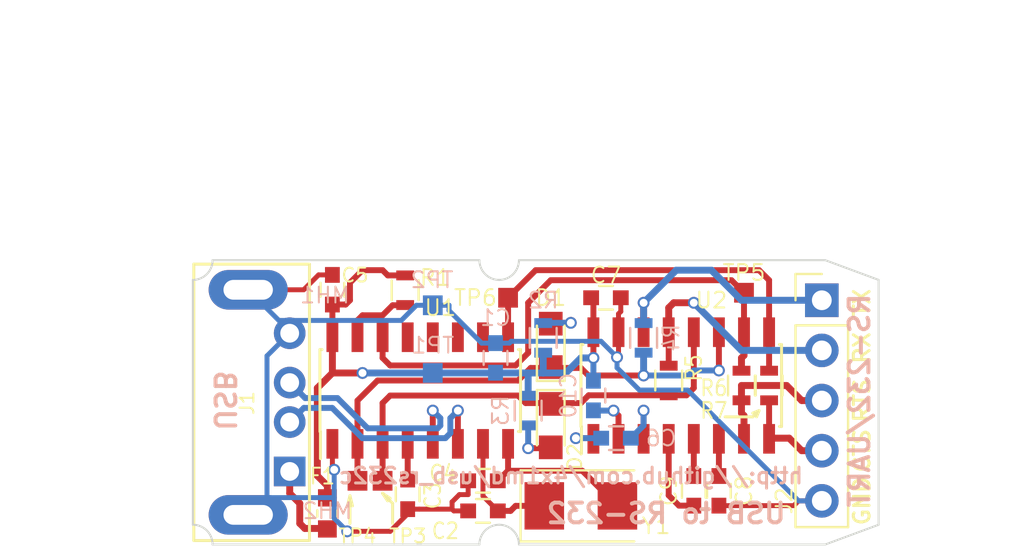
<source format=kicad_pcb>
(kicad_pcb (version 20171130) (host pcbnew "(5.1.12)-1")

  (general
    (thickness 1.6)
    (drawings 39)
    (tracks 242)
    (zones 0)
    (modules 33)
    (nets 26)
  )

  (page A4)
  (layers
    (0 F.Cu signal)
    (31 B.Cu signal)
    (32 B.Adhes user hide)
    (33 F.Adhes user hide)
    (34 B.Paste user)
    (35 F.Paste user)
    (36 B.SilkS user)
    (37 F.SilkS user)
    (38 B.Mask user)
    (39 F.Mask user)
    (40 Dwgs.User user)
    (41 Cmts.User user)
    (42 Eco1.User user)
    (43 Eco2.User user)
    (44 Edge.Cuts user)
    (45 Margin user)
    (46 B.CrtYd user)
    (47 F.CrtYd user)
    (48 B.Fab user)
    (49 F.Fab user hide)
  )

  (setup
    (last_trace_width 0.25)
    (user_trace_width 0.3)
    (user_trace_width 0.35)
    (user_trace_width 0.5)
    (trace_clearance 0.2)
    (zone_clearance 0.3)
    (zone_45_only no)
    (trace_min 0.2)
    (via_size 0.6)
    (via_drill 0.4)
    (via_min_size 0.4)
    (via_min_drill 0.3)
    (uvia_size 0.3)
    (uvia_drill 0.1)
    (uvias_allowed no)
    (uvia_min_size 0.2)
    (uvia_min_drill 0.1)
    (edge_width 0.15)
    (segment_width 0.15)
    (pcb_text_width 0.3)
    (pcb_text_size 1.5 1.5)
    (mod_edge_width 0.15)
    (mod_text_size 1 1)
    (mod_text_width 0.15)
    (pad_size 1 1)
    (pad_drill 0)
    (pad_to_mask_clearance 0.2)
    (aux_axis_origin 0 0)
    (visible_elements 7FFFFFFF)
    (pcbplotparams
      (layerselection 0x010f0_80000001)
      (usegerberextensions false)
      (usegerberattributes true)
      (usegerberadvancedattributes true)
      (creategerberjobfile true)
      (excludeedgelayer true)
      (linewidth 0.100000)
      (plotframeref false)
      (viasonmask false)
      (mode 1)
      (useauxorigin false)
      (hpglpennumber 1)
      (hpglpenspeed 20)
      (hpglpendiameter 15.000000)
      (psnegative false)
      (psa4output false)
      (plotreference true)
      (plotvalue true)
      (plotinvisibletext false)
      (padsonsilk false)
      (subtractmaskfromsilk false)
      (outputformat 1)
      (mirror false)
      (drillshape 0)
      (scaleselection 1)
      (outputdirectory "gerbers"))
  )

  (net 0 "")
  (net 1 /5V)
  (net 2 GNDREF)
  (net 3 /3.3V)
  (net 4 /USB_5V)
  (net 5 /USB_D+)
  (net 6 /USB_D-)
  (net 7 /TX)
  (net 8 /RX)
  (net 9 /RTS)
  (net 10 /CTS)
  (net 11 /TXD)
  (net 12 /RXD)
  (net 13 /RTS#)
  (net 14 /CTS#)
  (net 15 /XI)
  (net 16 /XO)
  (net 17 /C2-)
  (net 18 /C1+)
  (net 19 /VS-)
  (net 20 /C2+)
  (net 21 /TX_LED)
  (net 22 /RX_LED)
  (net 23 /RS232_INV)
  (net 24 /VS+)
  (net 25 /C1-)

  (net_class Default "This is the default net class."
    (clearance 0.2)
    (trace_width 0.25)
    (via_dia 0.6)
    (via_drill 0.4)
    (uvia_dia 0.3)
    (uvia_drill 0.1)
    (add_net /3.3V)
    (add_net /5V)
    (add_net /C1+)
    (add_net /C1-)
    (add_net /C2+)
    (add_net /C2-)
    (add_net /CTS)
    (add_net /CTS#)
    (add_net /RS232_INV)
    (add_net /RTS)
    (add_net /RTS#)
    (add_net /RX)
    (add_net /RXD)
    (add_net /RX_LED)
    (add_net /TX)
    (add_net /TXD)
    (add_net /TX_LED)
    (add_net /USB_5V)
    (add_net /USB_D+)
    (add_net /USB_D-)
    (add_net /VS+)
    (add_net /VS-)
    (add_net /XI)
    (add_net /XO)
    (add_net GNDREF)
  )

  (module Housings_SOIC:SOIC-16_3.9x9.9mm_Pitch1.27mm (layer F.Cu) (tedit 5BA8D503) (tstamp 5A9ABC34)
    (at 111.506 92.202 90)
    (descr "16-Lead Plastic Small Outline (SL) - Narrow, 3.90 mm Body [SOIC] (see Microchip Packaging Specification 00000049BS.pdf)")
    (tags "SOIC 1.27")
    (path /5A99B64A)
    (attr smd)
    (fp_text reference U1 (at 4.191 1.016 180) (layer F.SilkS)
      (effects (font (size 0.8 0.8) (thickness 0.1)))
    )
    (fp_text value CH340G (at 0 0 180) (layer F.Fab)
      (effects (font (size 0.5 0.5) (thickness 0.05)))
    )
    (fp_line (start -2.075 -5.05) (end -3.45 -5.05) (layer F.SilkS) (width 0.15))
    (fp_line (start -2.075 5.075) (end 2.075 5.075) (layer F.SilkS) (width 0.15))
    (fp_line (start -2.075 -5.075) (end 2.075 -5.075) (layer F.SilkS) (width 0.15))
    (fp_line (start -2.075 5.075) (end -2.075 4.97) (layer F.SilkS) (width 0.15))
    (fp_line (start 2.075 5.075) (end 2.075 4.97) (layer F.SilkS) (width 0.15))
    (fp_line (start 2.075 -5.075) (end 2.075 -4.97) (layer F.SilkS) (width 0.15))
    (fp_line (start -2.075 -5.075) (end -2.075 -5.05) (layer F.SilkS) (width 0.15))
    (fp_line (start -3.7 5.25) (end 3.7 5.25) (layer F.CrtYd) (width 0.05))
    (fp_line (start -3.7 -5.25) (end 3.7 -5.25) (layer F.CrtYd) (width 0.05))
    (fp_line (start 3.7 -5.25) (end 3.7 5.25) (layer F.CrtYd) (width 0.05))
    (fp_line (start -3.7 -5.25) (end -3.7 5.25) (layer F.CrtYd) (width 0.05))
    (fp_line (start -1.95 -3.95) (end -0.95 -4.95) (layer F.Fab) (width 0.15))
    (fp_line (start -1.95 4.95) (end -1.95 -3.95) (layer F.Fab) (width 0.15))
    (fp_line (start 1.95 4.95) (end -1.95 4.95) (layer F.Fab) (width 0.15))
    (fp_line (start 1.95 -4.95) (end 1.95 4.95) (layer F.Fab) (width 0.15))
    (fp_line (start -0.95 -4.95) (end 1.95 -4.95) (layer F.Fab) (width 0.15))
    (fp_text user %R (at 0 0 90) (layer F.Fab)
      (effects (font (size 0.9 0.9) (thickness 0.135)))
    )
    (pad 1 smd rect (at -2.7 -4.445 90) (size 1.5 0.6) (layers F.Cu F.Paste F.Mask)
      (net 2 GNDREF))
    (pad 2 smd rect (at -2.7 -3.175 90) (size 1.5 0.6) (layers F.Cu F.Paste F.Mask)
      (net 11 /TXD))
    (pad 3 smd rect (at -2.7 -1.905 90) (size 1.5 0.6) (layers F.Cu F.Paste F.Mask)
      (net 12 /RXD))
    (pad 4 smd rect (at -2.7 -0.635 90) (size 1.5 0.6) (layers F.Cu F.Paste F.Mask)
      (net 3 /3.3V))
    (pad 5 smd rect (at -2.7 0.635 90) (size 1.5 0.6) (layers F.Cu F.Paste F.Mask)
      (net 5 /USB_D+))
    (pad 6 smd rect (at -2.7 1.905 90) (size 1.5 0.6) (layers F.Cu F.Paste F.Mask)
      (net 6 /USB_D-))
    (pad 7 smd rect (at -2.7 3.175 90) (size 1.5 0.6) (layers F.Cu F.Paste F.Mask)
      (net 15 /XI))
    (pad 8 smd rect (at -2.7 4.445 90) (size 1.5 0.6) (layers F.Cu F.Paste F.Mask)
      (net 16 /XO))
    (pad 9 smd rect (at 2.7 4.445 90) (size 1.5 0.6) (layers F.Cu F.Paste F.Mask)
      (net 14 /CTS#))
    (pad 10 smd rect (at 2.7 3.175 90) (size 1.5 0.6) (layers F.Cu F.Paste F.Mask))
    (pad 11 smd rect (at 2.7 1.905 90) (size 1.5 0.6) (layers F.Cu F.Paste F.Mask))
    (pad 12 smd rect (at 2.7 0.635 90) (size 1.5 0.6) (layers F.Cu F.Paste F.Mask))
    (pad 13 smd rect (at 2.7 -0.635 90) (size 1.5 0.6) (layers F.Cu F.Paste F.Mask))
    (pad 14 smd rect (at 2.7 -1.905 90) (size 1.5 0.6) (layers F.Cu F.Paste F.Mask)
      (net 13 /RTS#))
    (pad 15 smd rect (at 2.7 -3.175 90) (size 1.5 0.6) (layers F.Cu F.Paste F.Mask)
      (net 23 /RS232_INV))
    (pad 16 smd rect (at 2.7 -4.445 90) (size 1.5 0.6) (layers F.Cu F.Paste F.Mask)
      (net 1 /5V))
    (model ${KISYS3DMOD}/Housings_SOIC.3dshapes/SOIC-16_3.9x9.9mm_Pitch1.27mm.wrl
      (at (xyz 0 0 0))
      (scale (xyz 1 1 1))
      (rotate (xyz 0 0 0))
    )
  )

  (module Pin_Headers:Pin_Header_Straight_1x05_Pitch2.54mm (layer F.Cu) (tedit 5BA8E5C3) (tstamp 5A9ABBDC)
    (at 131.826 87.63)
    (descr "Through hole straight pin header, 1x05, 2.54mm pitch, single row")
    (tags "Through hole pin header THT 1x05 2.54mm single row")
    (path /5A9A5E9C)
    (fp_text reference J2 (at -1.905 10.16 90) (layer F.SilkS)
      (effects (font (size 0.8 0.8) (thickness 0.1)))
    )
    (fp_text value RS-232/UART (at -0.381 12.7) (layer F.Fab)
      (effects (font (size 0.5 0.5) (thickness 0.05)))
    )
    (fp_line (start 1.8 -1.8) (end -1.8 -1.8) (layer F.CrtYd) (width 0.05))
    (fp_line (start 1.8 11.95) (end 1.8 -1.8) (layer F.CrtYd) (width 0.05))
    (fp_line (start -1.8 11.95) (end 1.8 11.95) (layer F.CrtYd) (width 0.05))
    (fp_line (start -1.8 -1.8) (end -1.8 11.95) (layer F.CrtYd) (width 0.05))
    (fp_line (start -1.33 -1.33) (end 0 -1.33) (layer F.SilkS) (width 0.12))
    (fp_line (start -1.33 0) (end -1.33 -1.33) (layer F.SilkS) (width 0.12))
    (fp_line (start -1.33 1.27) (end 1.33 1.27) (layer F.SilkS) (width 0.12))
    (fp_line (start 1.33 1.27) (end 1.33 11.49) (layer F.SilkS) (width 0.12))
    (fp_line (start -1.33 1.27) (end -1.33 11.49) (layer F.SilkS) (width 0.12))
    (fp_line (start -1.33 11.49) (end 1.33 11.49) (layer F.SilkS) (width 0.12))
    (fp_line (start -1.27 -0.635) (end -0.635 -1.27) (layer F.Fab) (width 0.1))
    (fp_line (start -1.27 11.43) (end -1.27 -0.635) (layer F.Fab) (width 0.1))
    (fp_line (start 1.27 11.43) (end -1.27 11.43) (layer F.Fab) (width 0.1))
    (fp_line (start 1.27 -1.27) (end 1.27 11.43) (layer F.Fab) (width 0.1))
    (fp_line (start -0.635 -1.27) (end 1.27 -1.27) (layer F.Fab) (width 0.1))
    (fp_text user %R (at 0 5.08 90) (layer F.Fab)
      (effects (font (size 0.5 0.5) (thickness 0.05)))
    )
    (pad 1 thru_hole rect (at 0 0) (size 1.7 1.7) (drill 1) (layers *.Cu *.Mask)
      (net 7 /TX))
    (pad 2 thru_hole oval (at 0 2.54) (size 1.7 1.7) (drill 1) (layers *.Cu *.Mask)
      (net 8 /RX))
    (pad 3 thru_hole oval (at 0 5.08) (size 1.7 1.7) (drill 1) (layers *.Cu *.Mask)
      (net 9 /RTS))
    (pad 4 thru_hole oval (at 0 7.62) (size 1.7 1.7) (drill 1) (layers *.Cu *.Mask)
      (net 10 /CTS))
    (pad 5 thru_hole oval (at 0 10.16) (size 1.7 1.7) (drill 1) (layers *.Cu *.Mask)
      (net 2 GNDREF))
    (model ${KISYS3DMOD}/Pin_Headers.3dshapes/Pin_Header_Straight_1x05_Pitch2.54mm.wrl
      (at (xyz 0 0 0))
      (scale (xyz 1 1 1))
      (rotate (xyz 0 0 0))
    )
  )

  (module Housings_SOIC:SOIC-16_3.9x9.9mm_Pitch1.27mm (layer F.Cu) (tedit 5BA8D4B0) (tstamp 5A9ABC48)
    (at 124.714 91.948 90)
    (descr "16-Lead Plastic Small Outline (SL) - Narrow, 3.90 mm Body [SOIC] (see Microchip Packaging Specification 00000049BS.pdf)")
    (tags "SOIC 1.27")
    (path /5A99B6BF)
    (attr smd)
    (fp_text reference U2 (at 4.318 1.524 180) (layer F.SilkS)
      (effects (font (size 0.8 0.8) (thickness 0.1)))
    )
    (fp_text value MAX232 (at 0 0 180) (layer F.Fab)
      (effects (font (size 0.5 0.5) (thickness 0.05)))
    )
    (fp_line (start -2.075 -5.05) (end -3.45 -5.05) (layer F.SilkS) (width 0.15))
    (fp_line (start -2.075 5.075) (end 2.075 5.075) (layer F.SilkS) (width 0.15))
    (fp_line (start -2.075 -5.075) (end 2.075 -5.075) (layer F.SilkS) (width 0.15))
    (fp_line (start -2.075 5.075) (end -2.075 4.97) (layer F.SilkS) (width 0.15))
    (fp_line (start 2.075 5.075) (end 2.075 4.97) (layer F.SilkS) (width 0.15))
    (fp_line (start 2.075 -5.075) (end 2.075 -4.97) (layer F.SilkS) (width 0.15))
    (fp_line (start -2.075 -5.075) (end -2.075 -5.05) (layer F.SilkS) (width 0.15))
    (fp_line (start -3.7 5.25) (end 3.7 5.25) (layer F.CrtYd) (width 0.05))
    (fp_line (start -3.7 -5.25) (end 3.7 -5.25) (layer F.CrtYd) (width 0.05))
    (fp_line (start 3.7 -5.25) (end 3.7 5.25) (layer F.CrtYd) (width 0.05))
    (fp_line (start -3.7 -5.25) (end -3.7 5.25) (layer F.CrtYd) (width 0.05))
    (fp_line (start -1.95 -3.95) (end -0.95 -4.95) (layer F.Fab) (width 0.15))
    (fp_line (start -1.95 4.95) (end -1.95 -3.95) (layer F.Fab) (width 0.15))
    (fp_line (start 1.95 4.95) (end -1.95 4.95) (layer F.Fab) (width 0.15))
    (fp_line (start 1.95 -4.95) (end 1.95 4.95) (layer F.Fab) (width 0.15))
    (fp_line (start -0.95 -4.95) (end 1.95 -4.95) (layer F.Fab) (width 0.15))
    (fp_text user %R (at 0 0 90) (layer F.Fab)
      (effects (font (size 0.9 0.9) (thickness 0.135)))
    )
    (pad 1 smd rect (at -2.7 -4.445 90) (size 1.5 0.6) (layers F.Cu F.Paste F.Mask)
      (net 18 /C1+))
    (pad 2 smd rect (at -2.7 -3.175 90) (size 1.5 0.6) (layers F.Cu F.Paste F.Mask)
      (net 24 /VS+))
    (pad 3 smd rect (at -2.7 -1.905 90) (size 1.5 0.6) (layers F.Cu F.Paste F.Mask)
      (net 25 /C1-))
    (pad 4 smd rect (at -2.7 -0.635 90) (size 1.5 0.6) (layers F.Cu F.Paste F.Mask)
      (net 20 /C2+))
    (pad 5 smd rect (at -2.7 0.635 90) (size 1.5 0.6) (layers F.Cu F.Paste F.Mask)
      (net 17 /C2-))
    (pad 6 smd rect (at -2.7 1.905 90) (size 1.5 0.6) (layers F.Cu F.Paste F.Mask)
      (net 19 /VS-))
    (pad 7 smd rect (at -2.7 3.175 90) (size 1.5 0.6) (layers F.Cu F.Paste F.Mask)
      (net 9 /RTS))
    (pad 8 smd rect (at -2.7 4.445 90) (size 1.5 0.6) (layers F.Cu F.Paste F.Mask)
      (net 10 /CTS))
    (pad 9 smd rect (at 2.7 4.445 90) (size 1.5 0.6) (layers F.Cu F.Paste F.Mask)
      (net 14 /CTS#))
    (pad 10 smd rect (at 2.7 3.175 90) (size 1.5 0.6) (layers F.Cu F.Paste F.Mask)
      (net 13 /RTS#))
    (pad 11 smd rect (at 2.7 1.905 90) (size 1.5 0.6) (layers F.Cu F.Paste F.Mask)
      (net 11 /TXD))
    (pad 12 smd rect (at 2.7 0.635 90) (size 1.5 0.6) (layers F.Cu F.Paste F.Mask)
      (net 12 /RXD))
    (pad 13 smd rect (at 2.7 -0.635 90) (size 1.5 0.6) (layers F.Cu F.Paste F.Mask)
      (net 8 /RX))
    (pad 14 smd rect (at 2.7 -1.905 90) (size 1.5 0.6) (layers F.Cu F.Paste F.Mask)
      (net 7 /TX))
    (pad 15 smd rect (at 2.7 -3.175 90) (size 1.5 0.6) (layers F.Cu F.Paste F.Mask)
      (net 2 GNDREF))
    (pad 16 smd rect (at 2.7 -4.445 90) (size 1.5 0.6) (layers F.Cu F.Paste F.Mask)
      (net 1 /5V))
    (model ${KISYS3DMOD}/Housings_SOIC.3dshapes/SOIC-16_3.9x9.9mm_Pitch1.27mm.wrl
      (at (xyz 0 0 0))
      (scale (xyz 1 1 1))
      (rotate (xyz 0 0 0))
    )
  )

  (module Crystals:Crystal_SMD_5032-2pin_5.0x3.2mm (layer F.Cu) (tedit 5BA8D392) (tstamp 5A9AEF01)
    (at 119.634 98.044)
    (descr "SMD Crystal SERIES SMD2520/2 http://www.icbase.com/File/PDF/HKC/HKC00061008.pdf, 5.0x3.2mm^2 package")
    (tags "SMD SMT crystal")
    (path /5A9A9072)
    (attr smd)
    (fp_text reference Y1 (at 3.81 1.016) (layer F.SilkS)
      (effects (font (size 0.8 0.8) (thickness 0.1)))
    )
    (fp_text value 12MHz (at 0 0.889) (layer F.Fab)
      (effects (font (size 0.5 0.5) (thickness 0.05)))
    )
    (fp_circle (center 0 0) (end 0.093333 0) (layer F.Adhes) (width 0.186667))
    (fp_circle (center 0 0) (end 0.213333 0) (layer F.Adhes) (width 0.133333))
    (fp_circle (center 0 0) (end 0.333333 0) (layer F.Adhes) (width 0.133333))
    (fp_circle (center 0 0) (end 0.4 0) (layer F.Adhes) (width 0.1))
    (fp_line (start 3.1 -1.9) (end -3.1 -1.9) (layer F.CrtYd) (width 0.05))
    (fp_line (start 3.1 1.9) (end 3.1 -1.9) (layer F.CrtYd) (width 0.05))
    (fp_line (start -3.1 1.9) (end 3.1 1.9) (layer F.CrtYd) (width 0.05))
    (fp_line (start -3.1 -1.9) (end -3.1 1.9) (layer F.CrtYd) (width 0.05))
    (fp_line (start -3.05 1.8) (end 2.7 1.8) (layer F.SilkS) (width 0.12))
    (fp_line (start -3.05 -1.8) (end -3.05 1.8) (layer F.SilkS) (width 0.12))
    (fp_line (start 2.7 -1.8) (end -3.05 -1.8) (layer F.SilkS) (width 0.12))
    (fp_line (start -2.5 0.6) (end -1.5 1.6) (layer F.Fab) (width 0.1))
    (fp_line (start -2.5 -1.4) (end -2.3 -1.6) (layer F.Fab) (width 0.1))
    (fp_line (start -2.5 1.4) (end -2.5 -1.4) (layer F.Fab) (width 0.1))
    (fp_line (start -2.3 1.6) (end -2.5 1.4) (layer F.Fab) (width 0.1))
    (fp_line (start 2.3 1.6) (end -2.3 1.6) (layer F.Fab) (width 0.1))
    (fp_line (start 2.5 1.4) (end 2.3 1.6) (layer F.Fab) (width 0.1))
    (fp_line (start 2.5 -1.4) (end 2.5 1.4) (layer F.Fab) (width 0.1))
    (fp_line (start 2.3 -1.6) (end 2.5 -1.4) (layer F.Fab) (width 0.1))
    (fp_line (start -2.3 -1.6) (end 2.3 -1.6) (layer F.Fab) (width 0.1))
    (fp_text user %R (at 0 0) (layer F.Fab)
      (effects (font (size 0.5 0.5) (thickness 0.05)))
    )
    (pad 1 smd rect (at -1.85 0) (size 2 2.4) (layers F.Cu F.Paste F.Mask)
      (net 15 /XI))
    (pad 2 smd rect (at 1.85 0) (size 2 2.4) (layers F.Cu F.Paste F.Mask)
      (net 16 /XO))
    (model ${KISYS3DMOD}/Crystals.3dshapes/Crystal_SMD_5032-2pin_5.0x3.2mm.wrl
      (at (xyz 0 0 0))
      (scale (xyz 0.393701 0.393701 0.393701))
      (rotate (xyz 0 0 0))
    )
  )

  (module Capacitors_SMD:C_0603 (layer B.Cu) (tedit 5BA8D6AB) (tstamp 5B534012)
    (at 115.316 90.551 90)
    (descr "Capacitor SMD 0603, reflow soldering, AVX (see smccp.pdf)")
    (tags "capacitor 0603")
    (path /5A9A6A20)
    (attr smd)
    (fp_text reference C1 (at 2.032 0 180) (layer B.SilkS)
      (effects (font (size 0.8 0.8) (thickness 0.1)) (justify mirror))
    )
    (fp_text value 10uF (at 0 0 90) (layer B.Fab)
      (effects (font (size 0.5 0.5) (thickness 0.1)) (justify mirror))
    )
    (fp_line (start -0.8 -0.4) (end -0.8 0.4) (layer B.Fab) (width 0.1))
    (fp_line (start 0.8 -0.4) (end -0.8 -0.4) (layer B.Fab) (width 0.1))
    (fp_line (start 0.8 0.4) (end 0.8 -0.4) (layer B.Fab) (width 0.1))
    (fp_line (start -0.8 0.4) (end 0.8 0.4) (layer B.Fab) (width 0.1))
    (fp_line (start -0.35 0.6) (end 0.35 0.6) (layer B.SilkS) (width 0.12))
    (fp_line (start 0.35 -0.6) (end -0.35 -0.6) (layer B.SilkS) (width 0.12))
    (fp_line (start -1.4 0.65) (end 1.4 0.65) (layer B.CrtYd) (width 0.05))
    (fp_line (start -1.4 0.65) (end -1.4 -0.65) (layer B.CrtYd) (width 0.05))
    (fp_line (start 1.4 -0.65) (end 1.4 0.65) (layer B.CrtYd) (width 0.05))
    (fp_line (start 1.4 -0.65) (end -1.4 -0.65) (layer B.CrtYd) (width 0.05))
    (pad 2 smd rect (at 0.75 0 90) (size 0.8 0.75) (layers B.Cu B.Paste B.Mask)
      (net 2 GNDREF))
    (pad 1 smd rect (at -0.75 0 90) (size 0.8 0.75) (layers B.Cu B.Paste B.Mask)
      (net 1 /5V))
    (model Capacitors_SMD.3dshapes/C_0603.wrl
      (at (xyz 0 0 0))
      (scale (xyz 1 1 1))
      (rotate (xyz 0 0 0))
    )
  )

  (module Capacitors_SMD:C_0603 (layer F.Cu) (tedit 5BA8D352) (tstamp 5B534017)
    (at 114.681 98.298 180)
    (descr "Capacitor SMD 0603, reflow soldering, AVX (see smccp.pdf)")
    (tags "capacitor 0603")
    (path /5A9A94B7)
    (attr smd)
    (fp_text reference C2 (at 1.905 -1.016 180) (layer F.SilkS)
      (effects (font (size 0.8 0.7) (thickness 0.1)))
    )
    (fp_text value 22pF (at 0 0.127 180) (layer F.Fab)
      (effects (font (size 0.5 0.5) (thickness 0.05)))
    )
    (fp_line (start -0.8 0.4) (end -0.8 -0.4) (layer F.Fab) (width 0.1))
    (fp_line (start 0.8 0.4) (end -0.8 0.4) (layer F.Fab) (width 0.1))
    (fp_line (start 0.8 -0.4) (end 0.8 0.4) (layer F.Fab) (width 0.1))
    (fp_line (start -0.8 -0.4) (end 0.8 -0.4) (layer F.Fab) (width 0.1))
    (fp_line (start -0.35 -0.6) (end 0.35 -0.6) (layer F.SilkS) (width 0.12))
    (fp_line (start 0.35 0.6) (end -0.35 0.6) (layer F.SilkS) (width 0.12))
    (fp_line (start -1.4 -0.65) (end 1.4 -0.65) (layer F.CrtYd) (width 0.05))
    (fp_line (start -1.4 -0.65) (end -1.4 0.65) (layer F.CrtYd) (width 0.05))
    (fp_line (start 1.4 0.65) (end 1.4 -0.65) (layer F.CrtYd) (width 0.05))
    (fp_line (start 1.4 0.65) (end -1.4 0.65) (layer F.CrtYd) (width 0.05))
    (fp_text user %R (at 0 0 180) (layer F.Fab)
      (effects (font (size 0.3 0.3) (thickness 0.075)))
    )
    (pad 2 smd rect (at 0.75 0 180) (size 0.8 0.75) (layers F.Cu F.Paste F.Mask)
      (net 2 GNDREF))
    (pad 1 smd rect (at -0.75 0 180) (size 0.8 0.75) (layers F.Cu F.Paste F.Mask)
      (net 15 /XI))
    (model Capacitors_SMD.3dshapes/C_0603.wrl
      (at (xyz 0 0 0))
      (scale (xyz 1 1 1))
      (rotate (xyz 0 0 0))
    )
  )

  (module Capacitors_SMD:C_0603 (layer F.Cu) (tedit 5BA8D35E) (tstamp 5B53401C)
    (at 110.871 97.4598 90)
    (descr "Capacitor SMD 0603, reflow soldering, AVX (see smccp.pdf)")
    (tags "capacitor 0603")
    (path /5A9A9707)
    (attr smd)
    (fp_text reference C3 (at -0.0762 1.27 90) (layer F.SilkS)
      (effects (font (size 0.8 0.7) (thickness 0.1)))
    )
    (fp_text value 10nF (at 0.0508 0 90) (layer F.Fab)
      (effects (font (size 0.5 0.5) (thickness 0.05)))
    )
    (fp_line (start -0.8 0.4) (end -0.8 -0.4) (layer F.Fab) (width 0.1))
    (fp_line (start 0.8 0.4) (end -0.8 0.4) (layer F.Fab) (width 0.1))
    (fp_line (start 0.8 -0.4) (end 0.8 0.4) (layer F.Fab) (width 0.1))
    (fp_line (start -0.8 -0.4) (end 0.8 -0.4) (layer F.Fab) (width 0.1))
    (fp_line (start -0.35 -0.6) (end 0.35 -0.6) (layer F.SilkS) (width 0.12))
    (fp_line (start 0.35 0.6) (end -0.35 0.6) (layer F.SilkS) (width 0.12))
    (fp_line (start -1.4 -0.65) (end 1.4 -0.65) (layer F.CrtYd) (width 0.05))
    (fp_line (start -1.4 -0.65) (end -1.4 0.65) (layer F.CrtYd) (width 0.05))
    (fp_line (start 1.4 0.65) (end 1.4 -0.65) (layer F.CrtYd) (width 0.05))
    (fp_line (start 1.4 0.65) (end -1.4 0.65) (layer F.CrtYd) (width 0.05))
    (fp_text user %R (at 0 0 90) (layer F.Fab)
      (effects (font (size 0.3 0.3) (thickness 0.075)))
    )
    (pad 2 smd rect (at 0.75 0 90) (size 0.8 0.75) (layers F.Cu F.Paste F.Mask)
      (net 3 /3.3V))
    (pad 1 smd rect (at -0.75 0 90) (size 0.8 0.75) (layers F.Cu F.Paste F.Mask)
      (net 2 GNDREF))
    (model Capacitors_SMD.3dshapes/C_0603.wrl
      (at (xyz 0 0 0))
      (scale (xyz 1 1 1))
      (rotate (xyz 0 0 0))
    )
  )

  (module Capacitors_SMD:C_0603 (layer F.Cu) (tedit 5BA8D368) (tstamp 5B534021)
    (at 114.681 96.774 180)
    (descr "Capacitor SMD 0603, reflow soldering, AVX (see smccp.pdf)")
    (tags "capacitor 0603")
    (path /5A9A93B5)
    (attr smd)
    (fp_text reference C4 (at 2.032 0.381 180) (layer F.SilkS)
      (effects (font (size 0.8 0.7) (thickness 0.1)))
    )
    (fp_text value 22pF (at 0 0 180) (layer F.Fab)
      (effects (font (size 0.5 0.5) (thickness 0.05)))
    )
    (fp_line (start -0.8 0.4) (end -0.8 -0.4) (layer F.Fab) (width 0.1))
    (fp_line (start 0.8 0.4) (end -0.8 0.4) (layer F.Fab) (width 0.1))
    (fp_line (start 0.8 -0.4) (end 0.8 0.4) (layer F.Fab) (width 0.1))
    (fp_line (start -0.8 -0.4) (end 0.8 -0.4) (layer F.Fab) (width 0.1))
    (fp_line (start -0.35 -0.6) (end 0.35 -0.6) (layer F.SilkS) (width 0.12))
    (fp_line (start 0.35 0.6) (end -0.35 0.6) (layer F.SilkS) (width 0.12))
    (fp_line (start -1.4 -0.65) (end 1.4 -0.65) (layer F.CrtYd) (width 0.05))
    (fp_line (start -1.4 -0.65) (end -1.4 0.65) (layer F.CrtYd) (width 0.05))
    (fp_line (start 1.4 0.65) (end 1.4 -0.65) (layer F.CrtYd) (width 0.05))
    (fp_line (start 1.4 0.65) (end -1.4 0.65) (layer F.CrtYd) (width 0.05))
    (fp_text user %R (at 0 0 180) (layer F.Fab)
      (effects (font (size 0.3 0.3) (thickness 0.075)))
    )
    (pad 2 smd rect (at 0.75 0 180) (size 0.8 0.75) (layers F.Cu F.Paste F.Mask)
      (net 2 GNDREF))
    (pad 1 smd rect (at -0.75 0 180) (size 0.8 0.75) (layers F.Cu F.Paste F.Mask)
      (net 16 /XO))
    (model Capacitors_SMD.3dshapes/C_0603.wrl
      (at (xyz 0 0 0))
      (scale (xyz 1 1 1))
      (rotate (xyz 0 0 0))
    )
  )

  (module Capacitors_SMD:C_0603 (layer F.Cu) (tedit 5BA8D5E3) (tstamp 5B534026)
    (at 107.061 87.0966 90)
    (descr "Capacitor SMD 0603, reflow soldering, AVX (see smccp.pdf)")
    (tags "capacitor 0603")
    (path /5A9B62CC)
    (attr smd)
    (fp_text reference C5 (at 0.7366 1.143) (layer F.SilkS)
      (effects (font (size 0.7 0.7) (thickness 0.1)))
    )
    (fp_text value 100nF (at -0.0254 0 90) (layer F.Fab)
      (effects (font (size 0.5 0.5) (thickness 0.05)))
    )
    (fp_line (start -0.8 0.4) (end -0.8 -0.4) (layer F.Fab) (width 0.1))
    (fp_line (start 0.8 0.4) (end -0.8 0.4) (layer F.Fab) (width 0.1))
    (fp_line (start 0.8 -0.4) (end 0.8 0.4) (layer F.Fab) (width 0.1))
    (fp_line (start -0.8 -0.4) (end 0.8 -0.4) (layer F.Fab) (width 0.1))
    (fp_line (start -0.35 -0.6) (end 0.35 -0.6) (layer F.SilkS) (width 0.12))
    (fp_line (start 0.35 0.6) (end -0.35 0.6) (layer F.SilkS) (width 0.12))
    (fp_line (start -1.4 -0.65) (end 1.4 -0.65) (layer F.CrtYd) (width 0.05))
    (fp_line (start -1.4 -0.65) (end -1.4 0.65) (layer F.CrtYd) (width 0.05))
    (fp_line (start 1.4 0.65) (end 1.4 -0.65) (layer F.CrtYd) (width 0.05))
    (fp_line (start 1.4 0.65) (end -1.4 0.65) (layer F.CrtYd) (width 0.05))
    (fp_text user %R (at 0 0 90) (layer F.Fab)
      (effects (font (size 0.3 0.3) (thickness 0.075)))
    )
    (pad 2 smd rect (at 0.75 0 90) (size 0.8 0.75) (layers F.Cu F.Paste F.Mask)
      (net 2 GNDREF))
    (pad 1 smd rect (at -0.75 0 90) (size 0.8 0.75) (layers F.Cu F.Paste F.Mask)
      (net 1 /5V))
    (model Capacitors_SMD.3dshapes/C_0603.wrl
      (at (xyz 0 0 0))
      (scale (xyz 1 1 1))
      (rotate (xyz 0 0 0))
    )
  )

  (module Capacitors_SMD:C_0603 (layer B.Cu) (tedit 5C4B0DAB) (tstamp 5B53402B)
    (at 121.412 94.615)
    (descr "Capacitor SMD 0603, reflow soldering, AVX (see smccp.pdf)")
    (tags "capacitor 0603")
    (path /5A9AAB7A)
    (attr smd)
    (fp_text reference C6 (at 2.286 0) (layer B.SilkS)
      (effects (font (size 0.8 0.8) (thickness 0.1)) (justify mirror))
    )
    (fp_text value 1uF (at 0 0) (layer B.Fab)
      (effects (font (size 0.5 0.5) (thickness 0.05)) (justify mirror))
    )
    (fp_line (start -0.8 -0.4) (end -0.8 0.4) (layer B.Fab) (width 0.1))
    (fp_line (start 0.8 -0.4) (end -0.8 -0.4) (layer B.Fab) (width 0.1))
    (fp_line (start 0.8 0.4) (end 0.8 -0.4) (layer B.Fab) (width 0.1))
    (fp_line (start -0.8 0.4) (end 0.8 0.4) (layer B.Fab) (width 0.1))
    (fp_line (start -0.35 0.6) (end 0.35 0.6) (layer B.SilkS) (width 0.12))
    (fp_line (start 0.35 -0.6) (end -0.35 -0.6) (layer B.SilkS) (width 0.12))
    (fp_line (start -1.4 0.65) (end 1.4 0.65) (layer B.CrtYd) (width 0.05))
    (fp_line (start -1.4 0.65) (end -1.4 -0.65) (layer B.CrtYd) (width 0.05))
    (fp_line (start 1.4 -0.65) (end 1.4 0.65) (layer B.CrtYd) (width 0.05))
    (fp_line (start 1.4 -0.65) (end -1.4 -0.65) (layer B.CrtYd) (width 0.05))
    (pad 2 smd rect (at 0.75 0) (size 0.8 0.75) (layers B.Cu B.Paste B.Mask)
      (net 25 /C1-))
    (pad 1 smd rect (at -0.75 0) (size 0.8 0.75) (layers B.Cu B.Paste B.Mask)
      (net 18 /C1+))
    (model Capacitors_SMD.3dshapes/C_0603.wrl
      (at (xyz 0 0 0))
      (scale (xyz 1 1 1))
      (rotate (xyz 0 0 0))
    )
  )

  (module Capacitors_SMD:C_0603 (layer F.Cu) (tedit 5BA8D4CF) (tstamp 5B534030)
    (at 120.904 87.503 180)
    (descr "Capacitor SMD 0603, reflow soldering, AVX (see smccp.pdf)")
    (tags "capacitor 0603")
    (path /5A9AE561)
    (attr smd)
    (fp_text reference C7 (at 0 1.143 180) (layer F.SilkS)
      (effects (font (size 0.8 0.8) (thickness 0.1)))
    )
    (fp_text value 10uF (at 0 0 180) (layer F.Fab)
      (effects (font (size 0.5 0.5) (thickness 0.05)))
    )
    (fp_line (start -0.8 0.4) (end -0.8 -0.4) (layer F.Fab) (width 0.1))
    (fp_line (start 0.8 0.4) (end -0.8 0.4) (layer F.Fab) (width 0.1))
    (fp_line (start 0.8 -0.4) (end 0.8 0.4) (layer F.Fab) (width 0.1))
    (fp_line (start -0.8 -0.4) (end 0.8 -0.4) (layer F.Fab) (width 0.1))
    (fp_line (start -0.35 -0.6) (end 0.35 -0.6) (layer F.SilkS) (width 0.12))
    (fp_line (start 0.35 0.6) (end -0.35 0.6) (layer F.SilkS) (width 0.12))
    (fp_line (start -1.4 -0.65) (end 1.4 -0.65) (layer F.CrtYd) (width 0.05))
    (fp_line (start -1.4 -0.65) (end -1.4 0.65) (layer F.CrtYd) (width 0.05))
    (fp_line (start 1.4 0.65) (end 1.4 -0.65) (layer F.CrtYd) (width 0.05))
    (fp_line (start 1.4 0.65) (end -1.4 0.65) (layer F.CrtYd) (width 0.05))
    (fp_text user %R (at 0 0 180) (layer F.Fab)
      (effects (font (size 0.3 0.3) (thickness 0.075)))
    )
    (pad 2 smd rect (at 0.75 0 180) (size 0.8 0.75) (layers F.Cu F.Paste F.Mask)
      (net 1 /5V))
    (pad 1 smd rect (at -0.75 0 180) (size 0.8 0.75) (layers F.Cu F.Paste F.Mask)
      (net 2 GNDREF))
    (model Capacitors_SMD.3dshapes/C_0603.wrl
      (at (xyz 0 0 0))
      (scale (xyz 1 1 1))
      (rotate (xyz 0 0 0))
    )
  )

  (module Capacitors_SMD:C_0603 (layer F.Cu) (tedit 5BA8D3AA) (tstamp 5B534035)
    (at 126.619 97.282 90)
    (descr "Capacitor SMD 0603, reflow soldering, AVX (see smccp.pdf)")
    (tags "capacitor 0603")
    (path /5A9B14CD)
    (attr smd)
    (fp_text reference C8 (at 0 1.27 90) (layer F.SilkS)
      (effects (font (size 0.8 0.8) (thickness 0.1)))
    )
    (fp_text value 1uF (at 0 0 90) (layer F.Fab)
      (effects (font (size 0.5 0.5) (thickness 0.05)))
    )
    (fp_line (start -0.8 0.4) (end -0.8 -0.4) (layer F.Fab) (width 0.1))
    (fp_line (start 0.8 0.4) (end -0.8 0.4) (layer F.Fab) (width 0.1))
    (fp_line (start 0.8 -0.4) (end 0.8 0.4) (layer F.Fab) (width 0.1))
    (fp_line (start -0.8 -0.4) (end 0.8 -0.4) (layer F.Fab) (width 0.1))
    (fp_line (start -0.35 -0.6) (end 0.35 -0.6) (layer F.SilkS) (width 0.12))
    (fp_line (start 0.35 0.6) (end -0.35 0.6) (layer F.SilkS) (width 0.12))
    (fp_line (start -1.4 -0.65) (end 1.4 -0.65) (layer F.CrtYd) (width 0.05))
    (fp_line (start -1.4 -0.65) (end -1.4 0.65) (layer F.CrtYd) (width 0.05))
    (fp_line (start 1.4 0.65) (end 1.4 -0.65) (layer F.CrtYd) (width 0.05))
    (fp_line (start 1.4 0.65) (end -1.4 0.65) (layer F.CrtYd) (width 0.05))
    (fp_text user %R (at 0 0 90) (layer F.Fab)
      (effects (font (size 0.3 0.3) (thickness 0.075)))
    )
    (pad 2 smd rect (at 0.75 0 90) (size 0.8 0.75) (layers F.Cu F.Paste F.Mask)
      (net 19 /VS-))
    (pad 1 smd rect (at -0.75 0 90) (size 0.8 0.75) (layers F.Cu F.Paste F.Mask)
      (net 2 GNDREF))
    (model Capacitors_SMD.3dshapes/C_0603.wrl
      (at (xyz 0 0 0))
      (scale (xyz 1 1 1))
      (rotate (xyz 0 0 0))
    )
  )

  (module Capacitors_SMD:C_0603 (layer F.Cu) (tedit 5BA8D3A2) (tstamp 5B53403A)
    (at 125.349 97.282 90)
    (descr "Capacitor SMD 0603, reflow soldering, AVX (see smccp.pdf)")
    (tags "capacitor 0603")
    (path /5A9AAD2D)
    (attr smd)
    (fp_text reference C9 (at 0 -1.27 90) (layer F.SilkS)
      (effects (font (size 0.8 0.8) (thickness 0.1)))
    )
    (fp_text value 1uF (at 0 0 90) (layer F.Fab)
      (effects (font (size 0.5 0.5) (thickness 0.05)))
    )
    (fp_line (start -0.8 0.4) (end -0.8 -0.4) (layer F.Fab) (width 0.1))
    (fp_line (start 0.8 0.4) (end -0.8 0.4) (layer F.Fab) (width 0.1))
    (fp_line (start 0.8 -0.4) (end 0.8 0.4) (layer F.Fab) (width 0.1))
    (fp_line (start -0.8 -0.4) (end 0.8 -0.4) (layer F.Fab) (width 0.1))
    (fp_line (start -0.35 -0.6) (end 0.35 -0.6) (layer F.SilkS) (width 0.12))
    (fp_line (start 0.35 0.6) (end -0.35 0.6) (layer F.SilkS) (width 0.12))
    (fp_line (start -1.4 -0.65) (end 1.4 -0.65) (layer F.CrtYd) (width 0.05))
    (fp_line (start -1.4 -0.65) (end -1.4 0.65) (layer F.CrtYd) (width 0.05))
    (fp_line (start 1.4 0.65) (end 1.4 -0.65) (layer F.CrtYd) (width 0.05))
    (fp_line (start 1.4 0.65) (end -1.4 0.65) (layer F.CrtYd) (width 0.05))
    (fp_text user %R (at 0 0 90) (layer F.Fab)
      (effects (font (size 0.3 0.3) (thickness 0.075)))
    )
    (pad 2 smd rect (at 0.75 0 90) (size 0.8 0.75) (layers F.Cu F.Paste F.Mask)
      (net 17 /C2-))
    (pad 1 smd rect (at -0.75 0 90) (size 0.8 0.75) (layers F.Cu F.Paste F.Mask)
      (net 20 /C2+))
    (model Capacitors_SMD.3dshapes/C_0603.wrl
      (at (xyz 0 0 0))
      (scale (xyz 1 1 1))
      (rotate (xyz 0 0 0))
    )
  )

  (module Capacitors_SMD:C_0603 (layer B.Cu) (tedit 5BA8D6D0) (tstamp 5B53403F)
    (at 120.269 92.456 270)
    (descr "Capacitor SMD 0603, reflow soldering, AVX (see smccp.pdf)")
    (tags "capacitor 0603")
    (path /5A9AE204)
    (attr smd)
    (fp_text reference C10 (at 0 1.27 270) (layer B.SilkS)
      (effects (font (size 0.8 0.8) (thickness 0.1)) (justify mirror))
    )
    (fp_text value 1uF (at 0 0 270) (layer B.Fab)
      (effects (font (size 0.5 0.5) (thickness 0.1)) (justify mirror))
    )
    (fp_line (start -0.8 -0.4) (end -0.8 0.4) (layer B.Fab) (width 0.1))
    (fp_line (start 0.8 -0.4) (end -0.8 -0.4) (layer B.Fab) (width 0.1))
    (fp_line (start 0.8 0.4) (end 0.8 -0.4) (layer B.Fab) (width 0.1))
    (fp_line (start -0.8 0.4) (end 0.8 0.4) (layer B.Fab) (width 0.1))
    (fp_line (start -0.35 0.6) (end 0.35 0.6) (layer B.SilkS) (width 0.12))
    (fp_line (start 0.35 -0.6) (end -0.35 -0.6) (layer B.SilkS) (width 0.12))
    (fp_line (start -1.4 0.65) (end 1.4 0.65) (layer B.CrtYd) (width 0.05))
    (fp_line (start -1.4 0.65) (end -1.4 -0.65) (layer B.CrtYd) (width 0.05))
    (fp_line (start 1.4 -0.65) (end 1.4 0.65) (layer B.CrtYd) (width 0.05))
    (fp_line (start 1.4 -0.65) (end -1.4 -0.65) (layer B.CrtYd) (width 0.05))
    (pad 2 smd rect (at 0.75 0 270) (size 0.8 0.75) (layers B.Cu B.Paste B.Mask)
      (net 24 /VS+))
    (pad 1 smd rect (at -0.75 0 270) (size 0.8 0.75) (layers B.Cu B.Paste B.Mask)
      (net 1 /5V))
    (model Capacitors_SMD.3dshapes/C_0603.wrl
      (at (xyz 0 0 0))
      (scale (xyz 1 1 1))
      (rotate (xyz 0 0 0))
    )
  )

  (module Resistors_SMD:R_0603 (layer F.Cu) (tedit 5BA8D52B) (tstamp 5B534044)
    (at 110.744 87.122 90)
    (descr "Resistor SMD 0603, reflow soldering, Vishay (see dcrcw.pdf)")
    (tags "resistor 0603")
    (path /5A9A9CDF)
    (attr smd)
    (fp_text reference R1 (at 0.635 1.524 180) (layer F.SilkS)
      (effects (font (size 0.8 0.8) (thickness 0.1)))
    )
    (fp_text value 0 (at 0 0 90) (layer F.Fab)
      (effects (font (size 0.5 0.5) (thickness 0.05)))
    )
    (fp_line (start 1.25 0.7) (end -1.25 0.7) (layer F.CrtYd) (width 0.05))
    (fp_line (start 1.25 0.7) (end 1.25 -0.7) (layer F.CrtYd) (width 0.05))
    (fp_line (start -1.25 -0.7) (end -1.25 0.7) (layer F.CrtYd) (width 0.05))
    (fp_line (start -1.25 -0.7) (end 1.25 -0.7) (layer F.CrtYd) (width 0.05))
    (fp_line (start -0.5 -0.68) (end 0.5 -0.68) (layer F.SilkS) (width 0.12))
    (fp_line (start 0.5 0.68) (end -0.5 0.68) (layer F.SilkS) (width 0.12))
    (fp_line (start -0.8 -0.4) (end 0.8 -0.4) (layer F.Fab) (width 0.1))
    (fp_line (start 0.8 -0.4) (end 0.8 0.4) (layer F.Fab) (width 0.1))
    (fp_line (start 0.8 0.4) (end -0.8 0.4) (layer F.Fab) (width 0.1))
    (fp_line (start -0.8 0.4) (end -0.8 -0.4) (layer F.Fab) (width 0.1))
    (fp_text user %R (at 0 0 90) (layer F.Fab)
      (effects (font (size 0.4 0.4) (thickness 0.075)))
    )
    (pad 1 smd rect (at -0.75 0 90) (size 0.5 0.9) (layers F.Cu F.Paste F.Mask)
      (net 23 /RS232_INV))
    (pad 2 smd rect (at 0.75 0 90) (size 0.5 0.9) (layers F.Cu F.Paste F.Mask)
      (net 1 /5V))
    (model ${KISYS3DMOD}/Resistors_SMD.3dshapes/R_0603.wrl
      (at (xyz 0 0 0))
      (scale (xyz 1 1 1))
      (rotate (xyz 0 0 0))
    )
  )

  (module Resistors_SMD:R_0603 (layer B.Cu) (tedit 5BA8D6B7) (tstamp 5B534049)
    (at 117.729 89.535 270)
    (descr "Resistor SMD 0603, reflow soldering, Vishay (see dcrcw.pdf)")
    (tags "resistor 0603")
    (path /5A9AC4B7)
    (attr smd)
    (fp_text reference R2 (at -1.905 0) (layer B.SilkS)
      (effects (font (size 0.8 0.8) (thickness 0.1)) (justify mirror))
    )
    (fp_text value 1.5K (at 0 0 270) (layer B.Fab)
      (effects (font (size 0.5 0.5) (thickness 0.1)) (justify mirror))
    )
    (fp_line (start 1.25 -0.7) (end -1.25 -0.7) (layer B.CrtYd) (width 0.05))
    (fp_line (start 1.25 -0.7) (end 1.25 0.7) (layer B.CrtYd) (width 0.05))
    (fp_line (start -1.25 0.7) (end -1.25 -0.7) (layer B.CrtYd) (width 0.05))
    (fp_line (start -1.25 0.7) (end 1.25 0.7) (layer B.CrtYd) (width 0.05))
    (fp_line (start -0.5 0.68) (end 0.5 0.68) (layer B.SilkS) (width 0.12))
    (fp_line (start 0.5 -0.68) (end -0.5 -0.68) (layer B.SilkS) (width 0.12))
    (fp_line (start -0.8 0.4) (end 0.8 0.4) (layer B.Fab) (width 0.1))
    (fp_line (start 0.8 0.4) (end 0.8 -0.4) (layer B.Fab) (width 0.1))
    (fp_line (start 0.8 -0.4) (end -0.8 -0.4) (layer B.Fab) (width 0.1))
    (fp_line (start -0.8 -0.4) (end -0.8 0.4) (layer B.Fab) (width 0.1))
    (pad 1 smd rect (at -0.75 0 270) (size 0.5 0.9) (layers B.Cu B.Paste B.Mask)
      (net 21 /TX_LED))
    (pad 2 smd rect (at 0.75 0 270) (size 0.5 0.9) (layers B.Cu B.Paste B.Mask)
      (net 1 /5V))
    (model ${KISYS3DMOD}/Resistors_SMD.3dshapes/R_0603.wrl
      (at (xyz 0 0 0))
      (scale (xyz 1 1 1))
      (rotate (xyz 0 0 0))
    )
  )

  (module Resistors_SMD:R_0603 (layer B.Cu) (tedit 5BA8D68A) (tstamp 5B53404E)
    (at 116.967 93.218 90)
    (descr "Resistor SMD 0603, reflow soldering, Vishay (see dcrcw.pdf)")
    (tags "resistor 0603")
    (path /5A9AC34D)
    (attr smd)
    (fp_text reference R3 (at 0 -1.397 90) (layer B.SilkS)
      (effects (font (size 0.8 0.8) (thickness 0.1)) (justify mirror))
    )
    (fp_text value 1.5K (at -0.127 0 90) (layer B.Fab)
      (effects (font (size 0.5 0.5) (thickness 0.1)) (justify mirror))
    )
    (fp_line (start 1.25 -0.7) (end -1.25 -0.7) (layer B.CrtYd) (width 0.05))
    (fp_line (start 1.25 -0.7) (end 1.25 0.7) (layer B.CrtYd) (width 0.05))
    (fp_line (start -1.25 0.7) (end -1.25 -0.7) (layer B.CrtYd) (width 0.05))
    (fp_line (start -1.25 0.7) (end 1.25 0.7) (layer B.CrtYd) (width 0.05))
    (fp_line (start -0.5 0.68) (end 0.5 0.68) (layer B.SilkS) (width 0.12))
    (fp_line (start 0.5 -0.68) (end -0.5 -0.68) (layer B.SilkS) (width 0.12))
    (fp_line (start -0.8 0.4) (end 0.8 0.4) (layer B.Fab) (width 0.1))
    (fp_line (start 0.8 0.4) (end 0.8 -0.4) (layer B.Fab) (width 0.1))
    (fp_line (start 0.8 -0.4) (end -0.8 -0.4) (layer B.Fab) (width 0.1))
    (fp_line (start -0.8 -0.4) (end -0.8 0.4) (layer B.Fab) (width 0.1))
    (pad 1 smd rect (at -0.75 0 90) (size 0.5 0.9) (layers B.Cu B.Paste B.Mask)
      (net 22 /RX_LED))
    (pad 2 smd rect (at 0.75 0 90) (size 0.5 0.9) (layers B.Cu B.Paste B.Mask)
      (net 1 /5V))
    (model ${KISYS3DMOD}/Resistors_SMD.3dshapes/R_0603.wrl
      (at (xyz 0 0 0))
      (scale (xyz 1 1 1))
      (rotate (xyz 0 0 0))
    )
  )

  (module usb_rs232_footprints:USB_A_Male_THT locked (layer F.Cu) (tedit 5B5CA225) (tstamp 5A9ABBD3)
    (at 104.9 96.3 270)
    (descr "USB A male connector, through hole PCB mounting.")
    (tags "usb usb-a connector plug pcb tht through-hole")
    (path /5A9A5B82)
    (fp_text reference J1 (at -3.463 2.157 270) (layer F.SilkS)
      (effects (font (size 0.7 0.7) (thickness 0.1)))
    )
    (fp_text value USB_A (at -3.463 3.681 270) (layer F.Fab)
      (effects (font (size 0.5 0.5) (thickness 0.05)))
    )
    (fp_line (start -10.5 4.85) (end 3.5 4.85) (layer F.SilkS) (width 0.15))
    (fp_line (start -10.5 -1) (end -10.5 4.85) (layer F.SilkS) (width 0.15))
    (fp_line (start 3.5 -1) (end -10.5 -1) (layer F.SilkS) (width 0.15))
    (fp_line (start 3.5 4.85) (end 3.5 -1) (layer F.SilkS) (width 0.15))
    (fp_line (start -10.6 5) (end 3.6 5) (layer F.CrtYd) (width 0.05))
    (fp_line (start 3.6 -1.1) (end -10.6 -1.1) (layer F.CrtYd) (width 0.05))
    (fp_line (start 3.6 5) (end 3.6 -1.1) (layer F.CrtYd) (width 0.05))
    (fp_line (start -10.6 5) (end -10.6 -1.1) (layer F.CrtYd) (width 0.05))
    (fp_text user REF** (at -3 -4 270) (layer F.Fab)
      (effects (font (size 0.5 0.5) (thickness 0.05)))
    )
    (pad "" np_thru_hole circle (at -5.75 2.1 270) (size 1.1 1.1) (drill 1.1) (layers *.Cu *.Mask))
    (pad "" np_thru_hole circle (at -1.25 2.1 270) (size 1.1 1.1) (drill 1.1) (layers *.Cu *.Mask))
    (pad 3 thru_hole circle (at -4.5 0 270) (size 1.6 1.6) (drill 0.95) (layers *.Cu *.Mask)
      (net 5 /USB_D+))
    (pad 4 thru_hole circle (at -7 0 270) (size 1.6 1.6) (drill 0.95) (layers *.Cu *.Mask)
      (net 2 GNDREF))
    (pad 2 thru_hole circle (at -2.5 0 270) (size 1.6 1.6) (drill 0.95) (layers *.Cu *.Mask)
      (net 6 /USB_D-))
    (pad 1 thru_hole rect (at 0 0 270) (size 1.5 1.6) (drill 0.95) (layers *.Cu *.Mask)
      (net 4 /USB_5V))
    (pad 5 thru_hole oval (at 2.2 2.1 270) (size 2 4) (drill oval 1 2.5) (layers *.Cu *.Mask)
      (net 2 GNDREF))
    (pad 5 thru_hole oval (at -9.2 2.1 270) (size 2 4) (drill oval 1 2.5) (layers *.Cu *.Mask)
      (net 2 GNDREF))
    (model ${KIPRJMOD}/usb_rs232c.pretty/usb_rs232c.3dshapes/USB_A_Male_THT.wrl
      (offset (xyz -3.505199947357178 -10.50289984226227 0.7111999893188476))
      (scale (xyz 0.393701 0.393701 0.393701))
      (rotate (xyz -90 0 0))
    )
  )

  (module usb_rs232_footprints:Fuse_0603 (layer F.Cu) (tedit 5BA8E0BB) (tstamp 5B5363AB)
    (at 106.807 98.425 90)
    (descr "Fuse SMD 0603 (1608 Metric), square (rectangular) end terminal, IPC_7351 nominal, (Body size source: http://www.tortai-tech.com/upload/download/2011102023233369053.pdf), generated with kicad-footprint-generator")
    (tags resistor)
    (path /5A9A5C32)
    (attr smd)
    (fp_text reference F1 (at 1.8796 -0.254 180) (layer F.SilkS)
      (effects (font (size 0.8 0.7) (thickness 0.1)))
    )
    (fp_text value 0.1A (at 0 0 90) (layer F.Fab)
      (effects (font (size 0.5 0.5) (thickness 0.05)))
    )
    (fp_line (start 1.48 0.73) (end -1.48 0.73) (layer F.CrtYd) (width 0.05))
    (fp_line (start 1.48 -0.73) (end 1.48 0.73) (layer F.CrtYd) (width 0.05))
    (fp_line (start -1.48 -0.73) (end 1.48 -0.73) (layer F.CrtYd) (width 0.05))
    (fp_line (start -1.48 0.73) (end -1.48 -0.73) (layer F.CrtYd) (width 0.05))
    (fp_line (start -0.162779 0.51) (end 0.162779 0.51) (layer F.SilkS) (width 0.12))
    (fp_line (start -0.162779 -0.51) (end 0.162779 -0.51) (layer F.SilkS) (width 0.12))
    (fp_line (start 0.8 0.4) (end -0.8 0.4) (layer F.Fab) (width 0.1))
    (fp_line (start 0.8 -0.4) (end 0.8 0.4) (layer F.Fab) (width 0.1))
    (fp_line (start -0.8 -0.4) (end 0.8 -0.4) (layer F.Fab) (width 0.1))
    (fp_line (start -0.8 0.4) (end -0.8 -0.4) (layer F.Fab) (width 0.1))
    (fp_text user %R (at 0 0 90) (layer F.Fab)
      (effects (font (size 0.4 0.4) (thickness 0.06)))
    )
    (pad 1 smd rect (at -0.7875 0 90) (size 0.875 0.95) (layers F.Cu F.Paste F.Mask)
      (net 4 /USB_5V))
    (pad 2 smd rect (at 0.7875 0 90) (size 0.875 0.95) (layers F.Cu F.Paste F.Mask)
      (net 1 /5V))
    (model ${KIPRJMOD}/usb_rs232c.pretty/usb_rs232c.3dshapes/Fuse_0603.wrl
      (at (xyz 0 0 0))
      (scale (xyz 1 1 1))
      (rotate (xyz 0 0 0))
    )
  )

  (module LEDs:LED_0805 (layer F.Cu) (tedit 5BA8D3F8) (tstamp 5B5C5BDE)
    (at 118.11 89.916 90)
    (descr "LED 0805 smd package")
    (tags "LED led 0805 SMD smd SMT smt smdled SMDLED smtled SMTLED")
    (path /5A9AB943)
    (attr smd)
    (fp_text reference D1 (at 2.413 0 180) (layer F.SilkS)
      (effects (font (size 0.8 0.8) (thickness 0.1)))
    )
    (fp_text value TX (at 0 1.55 90) (layer F.Fab)
      (effects (font (size 0.5 0.5) (thickness 0.05)))
    )
    (fp_line (start -1.95 -0.85) (end 1.95 -0.85) (layer F.CrtYd) (width 0.05))
    (fp_line (start -1.95 0.85) (end -1.95 -0.85) (layer F.CrtYd) (width 0.05))
    (fp_line (start 1.95 0.85) (end -1.95 0.85) (layer F.CrtYd) (width 0.05))
    (fp_line (start 1.95 -0.85) (end 1.95 0.85) (layer F.CrtYd) (width 0.05))
    (fp_line (start -1.8 -0.7) (end 1 -0.7) (layer F.SilkS) (width 0.12))
    (fp_line (start -1.8 0.7) (end 1 0.7) (layer F.SilkS) (width 0.12))
    (fp_line (start -1 0.6) (end -1 -0.6) (layer F.Fab) (width 0.1))
    (fp_line (start -1 -0.6) (end 1 -0.6) (layer F.Fab) (width 0.1))
    (fp_line (start 1 -0.6) (end 1 0.6) (layer F.Fab) (width 0.1))
    (fp_line (start 1 0.6) (end -1 0.6) (layer F.Fab) (width 0.1))
    (fp_line (start 0.2 -0.4) (end 0.2 0.4) (layer F.Fab) (width 0.1))
    (fp_line (start 0.2 0.4) (end -0.4 0) (layer F.Fab) (width 0.1))
    (fp_line (start -0.4 0) (end 0.2 -0.4) (layer F.Fab) (width 0.1))
    (fp_line (start -0.4 -0.4) (end -0.4 0.4) (layer F.Fab) (width 0.1))
    (fp_line (start -1.8 -0.7) (end -1.8 0.7) (layer F.SilkS) (width 0.12))
    (fp_text user %R (at 0 -1.25 90) (layer F.Fab)
      (effects (font (size 0.4 0.4) (thickness 0.1)))
    )
    (pad 2 smd rect (at 1.1 0 270) (size 1.2 1.2) (layers F.Cu F.Paste F.Mask)
      (net 21 /TX_LED))
    (pad 1 smd rect (at -1.1 0 270) (size 1.2 1.2) (layers F.Cu F.Paste F.Mask)
      (net 11 /TXD))
    (model ${KISYS3DMOD}/LEDs.3dshapes/LED_0805.wrl
      (at (xyz 0 0 0))
      (scale (xyz 1 1 1))
      (rotate (xyz 0 0 180))
    )
  )

  (module usb_rs232_footprints:Measurement_Point_Square-SMD_1.0mmx1.0mm (layer F.Cu) (tedit 5B5CBE1A) (tstamp 5B5C7FE2)
    (at 108.331 96.774)
    (descr "Mesurement Point, Square, SMD Pad,  1.0mm x 1.0mm,")
    (tags "Mesurement Point Square SMD Pad 1.0mm x 1.0mm")
    (path /5A9C0F8D)
    (attr virtual)
    (fp_text reference TP4 (at 0 2.794) (layer F.SilkS)
      (effects (font (size 0.7 0.7) (thickness 0.1)))
    )
    (fp_text value TX (at 0 0) (layer F.Fab)
      (effects (font (size 0.5 0.5) (thickness 0.1)))
    )
    (fp_line (start -0.55 -0.55) (end 0.55 -0.55) (layer F.CrtYd) (width 0.05))
    (fp_line (start -0.55 0.55) (end -0.55 -0.55) (layer F.CrtYd) (width 0.05))
    (fp_line (start 0.55 0.55) (end -0.55 0.55) (layer F.CrtYd) (width 0.05))
    (fp_line (start 0.55 -0.55) (end 0.55 0.55) (layer F.CrtYd) (width 0.05))
    (pad 1 smd rect (at 0 0) (size 1 1) (layers F.Cu F.Mask)
      (net 11 /TXD))
  )

  (module usb_rs232_footprints:Measurement_Point_Square-SMD_1.0mmx1.0mm (layer F.Cu) (tedit 5BA8D4B8) (tstamp 5B5C7FEA)
    (at 127.889 87.249)
    (descr "Mesurement Point, Square, SMD Pad,  1.0mm x 1.0mm,")
    (tags "Mesurement Point Square SMD Pad 1.0mm x 1.0mm")
    (path /5A9C0F93)
    (attr virtual)
    (fp_text reference TP5 (at 0 -1.016) (layer F.SilkS)
      (effects (font (size 0.8 0.8) (thickness 0.1)))
    )
    (fp_text value RTS (at 0 0) (layer F.Fab)
      (effects (font (size 0.5 0.5) (thickness 0.1)))
    )
    (fp_line (start -0.55 -0.55) (end 0.55 -0.55) (layer F.CrtYd) (width 0.05))
    (fp_line (start -0.55 0.55) (end -0.55 -0.55) (layer F.CrtYd) (width 0.05))
    (fp_line (start 0.55 0.55) (end -0.55 0.55) (layer F.CrtYd) (width 0.05))
    (fp_line (start 0.55 -0.55) (end 0.55 0.55) (layer F.CrtYd) (width 0.05))
    (pad 1 smd rect (at 0 0) (size 1 1) (layers F.Cu F.Mask)
      (net 13 /RTS#))
  )

  (module usb_rs232_footprints:Measurement_Point_Square-SMD_1.0mmx1.0mm (layer F.Cu) (tedit 5BA8D4E4) (tstamp 5B5C7FF2)
    (at 115.951 87.503)
    (descr "Mesurement Point, Square, SMD Pad,  1.0mm x 1.0mm,")
    (tags "Mesurement Point Square SMD Pad 1.0mm x 1.0mm")
    (path /5A9C10D5)
    (attr virtual)
    (fp_text reference TP6 (at -1.651 0) (layer F.SilkS)
      (effects (font (size 0.8 0.8) (thickness 0.1)))
    )
    (fp_text value CTS (at 0 0) (layer F.Fab)
      (effects (font (size 0.5 0.5) (thickness 0.1)))
    )
    (fp_line (start -0.55 -0.55) (end 0.55 -0.55) (layer F.CrtYd) (width 0.05))
    (fp_line (start -0.55 0.55) (end -0.55 -0.55) (layer F.CrtYd) (width 0.05))
    (fp_line (start 0.55 0.55) (end -0.55 0.55) (layer F.CrtYd) (width 0.05))
    (fp_line (start 0.55 -0.55) (end 0.55 0.55) (layer F.CrtYd) (width 0.05))
    (pad 1 smd rect (at 0 0) (size 1 1) (layers F.Cu F.Mask)
      (net 14 /CTS#))
  )

  (module usb_rs232_footprints:MountingHole_1.4mm locked (layer F.Cu) (tedit 5BA8D988) (tstamp 5BA8BCD6)
    (at 109.1 87.305)
    (descr "Mounting Hole 1.4mm, no annular")
    (tags "mounting hole 1.4mm no annular")
    (path /5B89BF1C)
    (attr virtual)
    (fp_text reference MH1 (at -2.42 0.071) (layer B.SilkS)
      (effects (font (size 0.8 0.8) (thickness 0.1)) (justify mirror))
    )
    (fp_text value 1.4mm (at 0 -2.905) (layer F.Fab)
      (effects (font (size 1 1) (thickness 0.15)))
    )
    (fp_circle (center 0 0) (end 0.75 0) (layer F.CrtYd) (width 0.05))
    (fp_text user %R (at 0 -3.5) (layer F.Fab)
      (effects (font (size 1 1) (thickness 0.15)))
    )
    (pad "" np_thru_hole circle (at 0 0) (size 1.4 1.4) (drill 1.4) (layers *.Cu *.Mask)
      (solder_mask_margin 0.2))
  )

  (module usb_rs232_footprints:MountingHole_1.4mm locked (layer F.Cu) (tedit 5BA8D979) (tstamp 5BA8BCDA)
    (at 109.1 98.295)
    (descr "Mounting Hole 1.4mm, no annular")
    (tags "mounting hole 1.4mm no annular")
    (path /5B89BFB5)
    (attr virtual)
    (fp_text reference MH2 (at -2.293 0.003) (layer B.SilkS)
      (effects (font (size 0.8 0.8) (thickness 0.1)) (justify mirror))
    )
    (fp_text value 1.4mm (at 0 2.705) (layer F.Fab)
      (effects (font (size 1 1) (thickness 0.15)))
    )
    (fp_circle (center 0 0) (end 0.75 0) (layer F.CrtYd) (width 0.05))
    (fp_text user %R (at 0 -3.5) (layer F.Fab)
      (effects (font (size 1 1) (thickness 0.15)))
    )
    (pad "" np_thru_hole circle (at 0 0) (size 1.4 1.4) (drill 1.4) (layers *.Cu *.Mask)
      (solder_mask_margin 0.2))
  )

  (module usb_rs232_footprints:Measurement_Point_Square-SMD_1.0mmx1.0mm (layer B.Cu) (tedit 5BA8D726) (tstamp 5BA8BCDE)
    (at 112.141 91.313)
    (descr "Mesurement Point, Square, SMD Pad,  1.0mm x 1.0mm,")
    (tags "Mesurement Point Square SMD Pad 1.0mm x 1.0mm")
    (path /5A9C0499)
    (attr virtual)
    (fp_text reference TP1 (at 0 -1.397) (layer B.SilkS)
      (effects (font (size 0.8 0.8) (thickness 0.1)) (justify mirror))
    )
    (fp_text value 5V (at 0 -1.27) (layer B.Fab)
      (effects (font (size 1 1) (thickness 0.15)) (justify mirror))
    )
    (fp_line (start -0.55 0.55) (end 0.55 0.55) (layer B.CrtYd) (width 0.05))
    (fp_line (start -0.55 -0.55) (end -0.55 0.55) (layer B.CrtYd) (width 0.05))
    (fp_line (start 0.55 -0.55) (end -0.55 -0.55) (layer B.CrtYd) (width 0.05))
    (fp_line (start 0.55 0.55) (end 0.55 -0.55) (layer B.CrtYd) (width 0.05))
    (pad 1 smd rect (at 0 0) (size 1 1) (layers B.Cu B.Mask)
      (net 1 /5V))
  )

  (module LEDs:LED_0805 (layer F.Cu) (tedit 5BA8DF35) (tstamp 5BA8DDC8)
    (at 118.11 93.98 270)
    (descr "LED 0805 smd package")
    (tags "LED led 0805 SMD smd SMT smt smdled SMDLED smtled SMTLED")
    (path /5A9ABA1D)
    (attr smd)
    (fp_text reference D2 (at 1.5748 -1.2192 270) (layer F.SilkS)
      (effects (font (size 0.7 0.7) (thickness 0.1)))
    )
    (fp_text value RX (at 0 1.55 270) (layer F.Fab)
      (effects (font (size 1 1) (thickness 0.15)))
    )
    (fp_line (start -1.95 -0.85) (end 1.95 -0.85) (layer F.CrtYd) (width 0.05))
    (fp_line (start -1.95 0.85) (end -1.95 -0.85) (layer F.CrtYd) (width 0.05))
    (fp_line (start 1.95 0.85) (end -1.95 0.85) (layer F.CrtYd) (width 0.05))
    (fp_line (start 1.95 -0.85) (end 1.95 0.85) (layer F.CrtYd) (width 0.05))
    (fp_line (start -1.8 -0.7) (end 1 -0.7) (layer F.SilkS) (width 0.12))
    (fp_line (start -1.8 0.7) (end 1 0.7) (layer F.SilkS) (width 0.12))
    (fp_line (start -1 0.6) (end -1 -0.6) (layer F.Fab) (width 0.1))
    (fp_line (start -1 -0.6) (end 1 -0.6) (layer F.Fab) (width 0.1))
    (fp_line (start 1 -0.6) (end 1 0.6) (layer F.Fab) (width 0.1))
    (fp_line (start 1 0.6) (end -1 0.6) (layer F.Fab) (width 0.1))
    (fp_line (start 0.2 -0.4) (end 0.2 0.4) (layer F.Fab) (width 0.1))
    (fp_line (start 0.2 0.4) (end -0.4 0) (layer F.Fab) (width 0.1))
    (fp_line (start -0.4 0) (end 0.2 -0.4) (layer F.Fab) (width 0.1))
    (fp_line (start -0.4 -0.4) (end -0.4 0.4) (layer F.Fab) (width 0.1))
    (fp_line (start -1.8 -0.7) (end -1.8 0.7) (layer F.SilkS) (width 0.12))
    (fp_text user %R (at 0 -1.25 270) (layer F.Fab)
      (effects (font (size 0.4 0.4) (thickness 0.1)))
    )
    (pad 2 smd rect (at 1.1 0 90) (size 1.2 1.2) (layers F.Cu F.Paste F.Mask)
      (net 22 /RX_LED))
    (pad 1 smd rect (at -1.1 0 90) (size 1.2 1.2) (layers F.Cu F.Paste F.Mask)
      (net 12 /RXD))
    (model ${KISYS3DMOD}/LEDs.3dshapes/LED_0805.wrl
      (at (xyz 0 0 0))
      (scale (xyz 1 1 1))
      (rotate (xyz 0 0 180))
    )
  )

  (module usb_rs232_footprints:Measurement_Point_Square-SMD_1.0mmx1.0mm (layer B.Cu) (tedit 5BA8DDE2) (tstamp 5BA8DDC9)
    (at 112.141 87.884)
    (descr "Mesurement Point, Square, SMD Pad,  1.0mm x 1.0mm,")
    (tags "Mesurement Point Square SMD Pad 1.0mm x 1.0mm")
    (path /5A9C0A7D)
    (attr virtual)
    (fp_text reference TP2 (at -0.041 -1.284) (layer B.SilkS)
      (effects (font (size 0.8 0.8) (thickness 0.1)) (justify mirror))
    )
    (fp_text value GND (at 0 -1.27) (layer B.Fab)
      (effects (font (size 1 1) (thickness 0.15)) (justify mirror))
    )
    (fp_line (start -0.55 0.55) (end 0.55 0.55) (layer B.CrtYd) (width 0.05))
    (fp_line (start -0.55 -0.55) (end -0.55 0.55) (layer B.CrtYd) (width 0.05))
    (fp_line (start 0.55 -0.55) (end -0.55 -0.55) (layer B.CrtYd) (width 0.05))
    (fp_line (start 0.55 0.55) (end 0.55 -0.55) (layer B.CrtYd) (width 0.05))
    (pad 1 smd rect (at 0 0) (size 1 1) (layers B.Cu B.Mask)
      (net 2 GNDREF) (zone_connect 2))
  )

  (module usb_rs232_footprints:Measurement_Point_Square-SMD_1.0mmx1.0mm (layer F.Cu) (tedit 5BA8E08B) (tstamp 5BA8DDD1)
    (at 109.601 96.774)
    (descr "Mesurement Point, Square, SMD Pad,  1.0mm x 1.0mm,")
    (tags "Mesurement Point Square SMD Pad 1.0mm x 1.0mm")
    (path /5A9C0E83)
    (attr virtual)
    (fp_text reference TP3 (at 1.27 2.794) (layer F.SilkS)
      (effects (font (size 0.7 0.7) (thickness 0.1)))
    )
    (fp_text value RX (at 0 1.27) (layer F.Fab)
      (effects (font (size 1 1) (thickness 0.15)))
    )
    (fp_line (start -0.55 -0.55) (end 0.55 -0.55) (layer F.CrtYd) (width 0.05))
    (fp_line (start -0.55 0.55) (end -0.55 -0.55) (layer F.CrtYd) (width 0.05))
    (fp_line (start 0.55 0.55) (end -0.55 0.55) (layer F.CrtYd) (width 0.05))
    (fp_line (start 0.55 -0.55) (end 0.55 0.55) (layer F.CrtYd) (width 0.05))
    (pad 1 smd rect (at 0 0) (size 1 1) (layers F.Cu F.Mask)
      (net 12 /RXD))
  )

  (module Resistors_SMD:R_0603 (layer B.Cu) (tedit 5C4B0EBD) (tstamp 5C4B08AD)
    (at 122.809 89.535 90)
    (descr "Resistor SMD 0603, reflow soldering, Vishay (see dcrcw.pdf)")
    (tags "resistor 0603")
    (path /5C4B0901)
    (attr smd)
    (fp_text reference R4 (at 0 1.397 270) (layer B.SilkS)
      (effects (font (size 0.8 0.7) (thickness 0.1)) (justify mirror))
    )
    (fp_text value 0 (at 0 0 90) (layer B.Fab)
      (effects (font (size 0.5 0.5) (thickness 0.05)) (justify mirror))
    )
    (fp_line (start 1.25 -0.7) (end -1.25 -0.7) (layer B.CrtYd) (width 0.05))
    (fp_line (start 1.25 -0.7) (end 1.25 0.7) (layer B.CrtYd) (width 0.05))
    (fp_line (start -1.25 0.7) (end -1.25 -0.7) (layer B.CrtYd) (width 0.05))
    (fp_line (start -1.25 0.7) (end 1.25 0.7) (layer B.CrtYd) (width 0.05))
    (fp_line (start -0.5 0.68) (end 0.5 0.68) (layer B.SilkS) (width 0.12))
    (fp_line (start 0.5 -0.68) (end -0.5 -0.68) (layer B.SilkS) (width 0.12))
    (fp_line (start -0.8 0.4) (end 0.8 0.4) (layer B.Fab) (width 0.1))
    (fp_line (start 0.8 0.4) (end 0.8 -0.4) (layer B.Fab) (width 0.1))
    (fp_line (start 0.8 -0.4) (end -0.8 -0.4) (layer B.Fab) (width 0.1))
    (fp_line (start -0.8 -0.4) (end -0.8 0.4) (layer B.Fab) (width 0.1))
    (fp_text user %R (at 0 0 90) (layer B.Fab)
      (effects (font (size 0.4 0.4) (thickness 0.075)) (justify mirror))
    )
    (pad 1 smd rect (at -0.75 0 90) (size 0.5 0.9) (layers B.Cu B.Paste B.Mask)
      (net 11 /TXD))
    (pad 2 smd rect (at 0.75 0 90) (size 0.5 0.9) (layers B.Cu B.Paste B.Mask)
      (net 7 /TX))
    (model ${KISYS3DMOD}/Resistors_SMD.3dshapes/R_0603.wrl
      (at (xyz 0 0 0))
      (scale (xyz 1 1 1))
      (rotate (xyz 0 0 0))
    )
  )

  (module Resistors_SMD:R_0603 (layer F.Cu) (tedit 5C4B09F6) (tstamp 5C4B08BE)
    (at 124.079 91.694 90)
    (descr "Resistor SMD 0603, reflow soldering, Vishay (see dcrcw.pdf)")
    (tags "resistor 0603")
    (path /5C4B0D9E)
    (attr smd)
    (fp_text reference R5 (at 0.635 1.27 270) (layer F.SilkS)
      (effects (font (size 0.8 0.7) (thickness 0.1)))
    )
    (fp_text value 0 (at 0 1.5 90) (layer F.Fab)
      (effects (font (size 0.5 0.5) (thickness 0.05)))
    )
    (fp_line (start 1.25 0.7) (end -1.25 0.7) (layer F.CrtYd) (width 0.05))
    (fp_line (start 1.25 0.7) (end 1.25 -0.7) (layer F.CrtYd) (width 0.05))
    (fp_line (start -1.25 -0.7) (end -1.25 0.7) (layer F.CrtYd) (width 0.05))
    (fp_line (start -1.25 -0.7) (end 1.25 -0.7) (layer F.CrtYd) (width 0.05))
    (fp_line (start -0.5 -0.68) (end 0.5 -0.68) (layer F.SilkS) (width 0.12))
    (fp_line (start 0.5 0.68) (end -0.5 0.68) (layer F.SilkS) (width 0.12))
    (fp_line (start -0.8 -0.4) (end 0.8 -0.4) (layer F.Fab) (width 0.1))
    (fp_line (start 0.8 -0.4) (end 0.8 0.4) (layer F.Fab) (width 0.1))
    (fp_line (start 0.8 0.4) (end -0.8 0.4) (layer F.Fab) (width 0.1))
    (fp_line (start -0.8 0.4) (end -0.8 -0.4) (layer F.Fab) (width 0.1))
    (fp_text user %R (at 0 0 90) (layer F.Fab)
      (effects (font (size 0.4 0.4) (thickness 0.075)))
    )
    (pad 1 smd rect (at -0.75 0 90) (size 0.5 0.9) (layers F.Cu F.Paste F.Mask)
      (net 12 /RXD))
    (pad 2 smd rect (at 0.75 0 90) (size 0.5 0.9) (layers F.Cu F.Paste F.Mask)
      (net 8 /RX))
    (model ${KISYS3DMOD}/Resistors_SMD.3dshapes/R_0603.wrl
      (at (xyz 0 0 0))
      (scale (xyz 1 1 1))
      (rotate (xyz 0 0 0))
    )
  )

  (module Resistors_SMD:R_0603 (layer F.Cu) (tedit 5C4B0F2E) (tstamp 5C4B08CF)
    (at 127.762 91.948 270)
    (descr "Resistor SMD 0603, reflow soldering, Vishay (see dcrcw.pdf)")
    (tags "resistor 0603")
    (path /5C4B0E32)
    (attr smd)
    (fp_text reference R6 (at 0.127 1.397) (layer F.SilkS)
      (effects (font (size 0.8 0.7) (thickness 0.1)))
    )
    (fp_text value 0 (at 0 0 270) (layer F.Fab)
      (effects (font (size 0.5 0.5) (thickness 0.05)))
    )
    (fp_line (start 1.25 0.7) (end -1.25 0.7) (layer F.CrtYd) (width 0.05))
    (fp_line (start 1.25 0.7) (end 1.25 -0.7) (layer F.CrtYd) (width 0.05))
    (fp_line (start -1.25 -0.7) (end -1.25 0.7) (layer F.CrtYd) (width 0.05))
    (fp_line (start -1.25 -0.7) (end 1.25 -0.7) (layer F.CrtYd) (width 0.05))
    (fp_line (start -0.5 -0.68) (end 0.5 -0.68) (layer F.SilkS) (width 0.12))
    (fp_line (start 0.5 0.68) (end -0.5 0.68) (layer F.SilkS) (width 0.12))
    (fp_line (start -0.8 -0.4) (end 0.8 -0.4) (layer F.Fab) (width 0.1))
    (fp_line (start 0.8 -0.4) (end 0.8 0.4) (layer F.Fab) (width 0.1))
    (fp_line (start 0.8 0.4) (end -0.8 0.4) (layer F.Fab) (width 0.1))
    (fp_line (start -0.8 0.4) (end -0.8 -0.4) (layer F.Fab) (width 0.1))
    (fp_text user %R (at 0 0 270) (layer F.Fab)
      (effects (font (size 0.4 0.4) (thickness 0.075)))
    )
    (pad 1 smd rect (at -0.75 0 270) (size 0.5 0.9) (layers F.Cu F.Paste F.Mask)
      (net 13 /RTS#))
    (pad 2 smd rect (at 0.75 0 270) (size 0.5 0.9) (layers F.Cu F.Paste F.Mask)
      (net 9 /RTS))
    (model ${KISYS3DMOD}/Resistors_SMD.3dshapes/R_0603.wrl
      (at (xyz 0 0 0))
      (scale (xyz 1 1 1))
      (rotate (xyz 0 0 0))
    )
  )

  (module Resistors_SMD:R_0603 (layer F.Cu) (tedit 5C4B0F52) (tstamp 5C4B08E0)
    (at 129.159 91.948 270)
    (descr "Resistor SMD 0603, reflow soldering, Vishay (see dcrcw.pdf)")
    (tags "resistor 0603")
    (path /5C4B0EC6)
    (attr smd)
    (fp_text reference R7 (at 1.27 2.794) (layer F.SilkS)
      (effects (font (size 0.8 0.7) (thickness 0.1)))
    )
    (fp_text value 0 (at 0 0 270) (layer F.Fab)
      (effects (font (size 0.5 0.5) (thickness 0.05)))
    )
    (fp_line (start 1.25 0.7) (end -1.25 0.7) (layer F.CrtYd) (width 0.05))
    (fp_line (start 1.25 0.7) (end 1.25 -0.7) (layer F.CrtYd) (width 0.05))
    (fp_line (start -1.25 -0.7) (end -1.25 0.7) (layer F.CrtYd) (width 0.05))
    (fp_line (start -1.25 -0.7) (end 1.25 -0.7) (layer F.CrtYd) (width 0.05))
    (fp_line (start -0.5 -0.68) (end 0.5 -0.68) (layer F.SilkS) (width 0.12))
    (fp_line (start 0.5 0.68) (end -0.5 0.68) (layer F.SilkS) (width 0.12))
    (fp_line (start -0.8 -0.4) (end 0.8 -0.4) (layer F.Fab) (width 0.1))
    (fp_line (start 0.8 -0.4) (end 0.8 0.4) (layer F.Fab) (width 0.1))
    (fp_line (start 0.8 0.4) (end -0.8 0.4) (layer F.Fab) (width 0.1))
    (fp_line (start -0.8 0.4) (end -0.8 -0.4) (layer F.Fab) (width 0.1))
    (fp_text user %R (at 0 0 270) (layer F.Fab)
      (effects (font (size 0.4 0.4) (thickness 0.075)))
    )
    (pad 1 smd rect (at -0.75 0 270) (size 0.5 0.9) (layers F.Cu F.Paste F.Mask)
      (net 14 /CTS#))
    (pad 2 smd rect (at 0.75 0 270) (size 0.5 0.9) (layers F.Cu F.Paste F.Mask)
      (net 10 /CTS))
    (model ${KISYS3DMOD}/Resistors_SMD.3dshapes/R_0603.wrl
      (at (xyz 0 0 0))
      (scale (xyz 1 1 1))
      (rotate (xyz 0 0 0))
    )
  )

  (gr_line (start 128.3335 93.5355) (end 126.9365 93.5355) (angle 90) (layer F.SilkS) (width 0.15))
  (gr_line (start 128.651 93.218) (end 128.3335 93.5355) (angle 90) (layer F.SilkS) (width 0.15))
  (gr_line (start 128.651 93.218) (end 128.524 93.5355) (angle 90) (layer F.SilkS) (width 0.15))
  (gr_line (start 128.651 93.218) (end 128.3335 93.345) (angle 90) (layer F.SilkS) (width 0.15))
  (gr_line (start 109.601 97.409) (end 109.855 97.79) (angle 90) (layer F.SilkS) (width 0.15))
  (gr_line (start 109.601 97.409) (end 109.982 97.663) (angle 90) (layer F.SilkS) (width 0.15))
  (gr_line (start 110.109 97.917) (end 109.601 97.409) (angle 90) (layer F.SilkS) (width 0.15))
  (gr_line (start 134.7 86.6) (end 134.7 99) (angle 90) (layer Edge.Cuts) (width 0.1) (tstamp 5BA8B888))
  (gr_line (start 132 85.6) (end 134.7 86.6) (angle 90) (layer Edge.Cuts) (width 0.1))
  (gr_line (start 110.109 98.933) (end 110.109 97.917) (angle 90) (layer F.SilkS) (width 0.15))
  (gr_line (start 107.95 98.933) (end 107.95 97.536) (angle 90) (layer F.SilkS) (width 0.15))
  (gr_line (start 107.95 97.536) (end 108.077 98.044) (angle 90) (layer F.SilkS) (width 0.15))
  (gr_line (start 107.95 97.536) (end 107.823 98.044) (angle 90) (layer F.SilkS) (width 0.15))
  (gr_line (start 100 86.6) (end 100 99) (angle 90) (layer Edge.Cuts) (width 0.1))
  (gr_line (start 101 85.6) (end 114.5 85.6) (angle 90) (layer Edge.Cuts) (width 0.1))
  (gr_line (start 101 100) (end 114.5 100) (angle 90) (layer Edge.Cuts) (width 0.1))
  (gr_line (start 116.5 100) (end 132 100) (angle 90) (layer Edge.Cuts) (width 0.1))
  (gr_line (start 116.5 85.6) (end 132 85.6) (angle 90) (layer Edge.Cuts) (width 0.1))
  (gr_line (start 132 100) (end 134.7 99) (angle 90) (layer Edge.Cuts) (width 0.1))
  (dimension 34.7 (width 0.1) (layer Dwgs.User)
    (gr_text "34.70 mm" (at 117.35 73.25) (layer Dwgs.User)
      (effects (font (size 1.2 1.2) (thickness 0.1)))
    )
    (feature1 (pts (xy 134.7 84.6) (xy 134.7 71.9)))
    (feature2 (pts (xy 100 84.6) (xy 100 71.9)))
    (crossbar (pts (xy 100 74.6) (xy 134.7 74.6)))
    (arrow1a (pts (xy 134.7 74.6) (xy 133.573496 75.186421)))
    (arrow1b (pts (xy 134.7 74.6) (xy 133.573496 74.013579)))
    (arrow2a (pts (xy 100 74.6) (xy 101.126504 75.186421)))
    (arrow2b (pts (xy 100 74.6) (xy 101.126504 74.013579)))
  )
  (dimension 32 (width 0.1) (layer Dwgs.User)
    (gr_text "32.00 mm" (at 116 77.25) (layer Dwgs.User)
      (effects (font (size 1.2 1.2) (thickness 0.1)))
    )
    (feature1 (pts (xy 132 84.6) (xy 132 75.9)))
    (feature2 (pts (xy 100 84.6) (xy 100 75.9)))
    (crossbar (pts (xy 100 78.6) (xy 132 78.6)))
    (arrow1a (pts (xy 132 78.6) (xy 130.873496 79.186421)))
    (arrow1b (pts (xy 132 78.6) (xy 130.873496 78.013579)))
    (arrow2a (pts (xy 100 78.6) (xy 101.126504 79.186421)))
    (arrow2b (pts (xy 100 78.6) (xy 101.126504 78.013579)))
  )
  (dimension 15.5 (width 0.1) (layer Dwgs.User)
    (gr_text "15.50 mm" (at 107.75 81.25) (layer Dwgs.User)
      (effects (font (size 1.2 1.2) (thickness 0.1)))
    )
    (feature1 (pts (xy 115.5 84.6) (xy 115.5 79.9)))
    (feature2 (pts (xy 100 84.6) (xy 100 79.9)))
    (crossbar (pts (xy 100 82.6) (xy 115.5 82.6)))
    (arrow1a (pts (xy 115.5 82.6) (xy 114.373496 83.186421)))
    (arrow1b (pts (xy 115.5 82.6) (xy 114.373496 82.013579)))
    (arrow2a (pts (xy 100 82.6) (xy 101.126504 83.186421)))
    (arrow2b (pts (xy 100 82.6) (xy 101.126504 82.013579)))
  )
  (dimension 12.4 (width 0.1) (layer Dwgs.User)
    (gr_text "12.40 mm" (at 137.8 92.8 90) (layer Dwgs.User)
      (effects (font (size 1.2 1.2) (thickness 0.1)))
    )
    (feature1 (pts (xy 135.7 86.6) (xy 141.6 86.6)))
    (feature2 (pts (xy 135.7 99) (xy 141.6 99)))
    (crossbar (pts (xy 138.9 99) (xy 138.9 86.6)))
    (arrow1a (pts (xy 138.9 86.6) (xy 139.486421 87.726504)))
    (arrow1b (pts (xy 138.9 86.6) (xy 138.313579 87.726504)))
    (arrow2a (pts (xy 138.9 99) (xy 139.486421 97.873496)))
    (arrow2b (pts (xy 138.9 99) (xy 138.313579 97.873496)))
  )
  (dimension 14.4 (width 0.1) (layer Dwgs.User)
    (gr_text "14.40 mm" (at 94.65 92.8 90) (layer Dwgs.User)
      (effects (font (size 1.2 1.2) (thickness 0.1)))
    )
    (feature1 (pts (xy 99 85.6) (xy 93.3 85.6)))
    (feature2 (pts (xy 99 100) (xy 93.3 100)))
    (crossbar (pts (xy 96 100) (xy 96 85.6)))
    (arrow1a (pts (xy 96 85.6) (xy 96.586421 86.726504)))
    (arrow1b (pts (xy 96 85.6) (xy 95.413579 86.726504)))
    (arrow2a (pts (xy 96 100) (xy 96.586421 98.873496)))
    (arrow2b (pts (xy 96 100) (xy 95.413579 98.873496)))
  )
  (gr_text RS-232/UART (at 133.731 92.71 90) (layer B.SilkS)
    (effects (font (size 1 1) (thickness 0.2)) (justify mirror))
  )
  (gr_text USB (at 101.6 92.71 270) (layer B.SilkS)
    (effects (font (size 1 1) (thickness 0.2)) (justify mirror))
  )
  (gr_text http://github.com/4x1md/usb_rs232c (at 119.126 96.52) (layer B.SilkS)
    (effects (font (size 0.8 0.8) (thickness 0.15)) (justify mirror))
  )
  (gr_text "USB to RS-232" (at 123.952 98.425) (layer B.SilkS)
    (effects (font (size 1 1) (thickness 0.2)) (justify mirror))
  )
  (gr_text GND (at 133.858 97.79 90) (layer F.SilkS)
    (effects (font (size 0.8 0.8) (thickness 0.15)))
  )
  (gr_text CTS (at 133.858 95.25 90) (layer F.SilkS)
    (effects (font (size 0.8 0.8) (thickness 0.15)))
  )
  (gr_text RTS (at 133.858 92.71 90) (layer F.SilkS)
    (effects (font (size 0.8 0.8) (thickness 0.15)))
  )
  (gr_text RX (at 133.858 90.043 90) (layer F.SilkS)
    (effects (font (size 0.8 0.8) (thickness 0.15)))
  )
  (gr_text TX (at 133.858 87.757 90) (layer F.SilkS)
    (effects (font (size 0.8 0.8) (thickness 0.15)))
  )
  (gr_arc (start 100 85.6) (end 101 85.6) (angle 90) (layer Edge.Cuts) (width 0.1))
  (gr_arc (start 100 100) (end 100 99) (angle 90) (layer Edge.Cuts) (width 0.1))
  (gr_arc (start 115.5 100) (end 114.5 100) (angle 90) (layer Edge.Cuts) (width 0.1))
  (gr_arc (start 115.5 100) (end 115.5 99) (angle 90) (layer Edge.Cuts) (width 0.1))
  (gr_arc (start 115.5 85.6) (end 115.5 86.6) (angle 90) (layer Edge.Cuts) (width 0.1))
  (gr_arc (start 115.5 85.6) (end 116.5 85.6) (angle 90) (layer Edge.Cuts) (width 0.1))

  (segment (start 116.967 91.313) (end 117.729 91.313) (width 0.35) (layer B.Cu) (net 1))
  (segment (start 115.328 91.313) (end 116.967 91.313) (width 0.35) (layer B.Cu) (net 1))
  (segment (start 107.061 87.8466) (end 107.061 89.502) (width 0.3) (layer F.Cu) (net 1))
  (segment (start 110.744 86.372) (end 110.732 86.36) (width 0.3) (layer F.Cu) (net 1))
  (segment (start 120.154 87.503) (end 120.269 87.618) (width 0.3) (layer F.Cu) (net 1))
  (segment (start 120.269 87.618) (end 120.269 89.248) (width 0.3) (layer F.Cu) (net 1))
  (segment (start 110.744 86.372) (end 110.756 86.36) (width 0.3) (layer F.Cu) (net 1))
  (segment (start 107.061 89.502) (end 107.061 91.313) (width 0.35) (layer F.Cu) (net 1))
  (segment (start 107.061 91.313) (end 106.299 92.075) (width 0.35) (layer F.Cu) (net 1))
  (segment (start 106.299 92.075) (end 106.299 96.52) (width 0.35) (layer F.Cu) (net 1))
  (segment (start 106.299 96.52) (end 106.807 97.028) (width 0.35) (layer F.Cu) (net 1))
  (segment (start 106.807 97.028) (end 106.807 97.6375) (width 0.35) (layer F.Cu) (net 1))
  (segment (start 120.269 90.551) (end 120.269 89.248) (width 0.3) (layer F.Cu) (net 1))
  (segment (start 117.729 90.285) (end 117.729 91.313) (width 0.35) (layer B.Cu) (net 1))
  (segment (start 115.316 91.301) (end 115.328 91.313) (width 0.3) (layer B.Cu) (net 1))
  (segment (start 116.967 92.468) (end 116.967 91.313) (width 0.35) (layer B.Cu) (net 1))
  (segment (start 117.729 91.313) (end 118.872 91.313) (width 0.35) (layer B.Cu) (net 1))
  (segment (start 118.872 91.313) (end 119.634 90.551) (width 0.35) (layer B.Cu) (net 1))
  (segment (start 119.634 90.551) (end 120.269 90.551) (width 0.35) (layer B.Cu) (net 1))
  (segment (start 120.269 90.551) (end 120.281 90.563) (width 0.3) (layer B.Cu) (net 1))
  (segment (start 107.061 87.8466) (end 107.061 87.839) (width 0.25) (layer F.Cu) (net 1))
  (segment (start 112.141 91.313) (end 115.304 91.313) (width 0.35) (layer B.Cu) (net 1))
  (segment (start 115.304 91.313) (end 115.316 91.301) (width 0.35) (layer B.Cu) (net 1))
  (segment (start 112.141 91.313) (end 108.585 91.313) (width 0.35) (layer B.Cu) (net 1))
  (segment (start 120.269 90.551) (end 120.269 91.706) (width 0.3) (layer B.Cu) (net 1))
  (segment (start 110.744 86.372) (end 109.867 86.372) (width 0.3) (layer F.Cu) (net 1))
  (segment (start 109.867 86.372) (end 109.601 86.106) (width 0.3) (layer F.Cu) (net 1))
  (segment (start 109.601 86.106) (end 108.585 86.106) (width 0.3) (layer F.Cu) (net 1))
  (segment (start 108.585 86.106) (end 107.95 86.741) (width 0.3) (layer F.Cu) (net 1))
  (segment (start 107.95 86.741) (end 107.95 87.63) (width 0.3) (layer F.Cu) (net 1))
  (segment (start 107.95 87.63) (end 107.733 87.8466) (width 0.3) (layer F.Cu) (net 1))
  (segment (start 107.733 87.8466) (end 107.061 87.8466) (width 0.3) (layer F.Cu) (net 1))
  (segment (start 108.585 91.313) (end 107.061 91.313) (width 0.35) (layer F.Cu) (net 1))
  (via (at 120.269 90.551) (size 0.6) (layers F.Cu B.Cu) (net 1))
  (via (at 108.585 91.313) (size 0.6) (layers F.Cu B.Cu) (net 1))
  (segment (start 121.464 90.5155) (end 121.464 91.0483) (width 0.25) (layer B.Cu) (net 2))
  (segment (start 121.464 91.0483) (end 122.593 92.1773) (width 0.25) (layer B.Cu) (net 2))
  (segment (start 122.593 92.1773) (end 125.0382 92.1773) (width 0.25) (layer B.Cu) (net 2))
  (segment (start 125.0382 92.1773) (end 130.6509 97.79) (width 0.25) (layer B.Cu) (net 2))
  (segment (start 121.539 89.248) (end 121.539 90.3231) (width 0.25) (layer F.Cu) (net 2))
  (segment (start 116.0161 89.801) (end 116.1073 89.7098) (width 0.25) (layer B.Cu) (net 2))
  (segment (start 116.1073 89.7098) (end 120.6583 89.7098) (width 0.25) (layer B.Cu) (net 2))
  (segment (start 120.6583 89.7098) (end 121.464 90.5155) (width 0.25) (layer B.Cu) (net 2))
  (segment (start 121.539 90.3231) (end 121.464 90.3981) (width 0.25) (layer F.Cu) (net 2))
  (segment (start 121.464 90.3981) (end 121.464 90.5155) (width 0.25) (layer F.Cu) (net 2))
  (segment (start 121.654 88.2031) (end 121.539 88.3181) (width 0.25) (layer F.Cu) (net 2))
  (segment (start 121.539 88.3181) (end 121.539 89.248) (width 0.25) (layer F.Cu) (net 2))
  (segment (start 115.316 89.801) (end 116.0161 89.801) (width 0.25) (layer B.Cu) (net 2))
  (segment (start 131.826 97.79) (end 130.6509 97.79) (width 0.25) (layer B.Cu) (net 2))
  (segment (start 103.7517 97.6248) (end 107.1525 97.6248) (width 0.25) (layer B.Cu) (net 2))
  (segment (start 102.8 98.5) (end 103.6752 97.6248) (width 0.25) (layer B.Cu) (net 2))
  (segment (start 103.6752 97.6248) (end 103.7517 97.6248) (width 0.25) (layer B.Cu) (net 2))
  (segment (start 103.7517 97.6248) (end 103.7517 90.4483) (width 0.25) (layer B.Cu) (net 2))
  (segment (start 103.7517 90.4483) (end 104.9 89.3) (width 0.25) (layer B.Cu) (net 2))
  (segment (start 107.1525 97.6248) (end 107.1525 96.2146) (width 0.25) (layer B.Cu) (net 2))
  (segment (start 107.8113 99.3328) (end 107.1525 98.674) (width 0.25) (layer B.Cu) (net 2))
  (segment (start 107.1525 98.674) (end 107.1525 97.6248) (width 0.25) (layer B.Cu) (net 2))
  (segment (start 107.1525 96.2146) (end 107.1525 96.0686) (width 0.25) (layer F.Cu) (net 2))
  (segment (start 107.1525 96.0686) (end 107.061 95.9771) (width 0.25) (layer F.Cu) (net 2))
  (segment (start 107.061 94.902) (end 107.061 95.9771) (width 0.25) (layer F.Cu) (net 2))
  (segment (start 111.1085 98.2098) (end 109.9855 99.3328) (width 0.25) (layer F.Cu) (net 2))
  (segment (start 109.9855 99.3328) (end 107.8113 99.3328) (width 0.25) (layer F.Cu) (net 2))
  (segment (start 111.1085 98.2098) (end 111.4586 98.2098) (width 0.25) (layer F.Cu) (net 2))
  (segment (start 110.871 98.2098) (end 111.1085 98.2098) (width 0.25) (layer F.Cu) (net 2))
  (segment (start 113.1177 98.2098) (end 113.2059 98.298) (width 0.25) (layer F.Cu) (net 2))
  (segment (start 111.4586 98.2098) (end 113.1177 98.2098) (width 0.25) (layer F.Cu) (net 2))
  (segment (start 113.931 97.4741) (end 113.4855 97.4741) (width 0.25) (layer F.Cu) (net 2))
  (segment (start 113.4855 97.4741) (end 113.1177 97.8419) (width 0.25) (layer F.Cu) (net 2))
  (segment (start 113.1177 97.8419) (end 113.1177 98.2098) (width 0.25) (layer F.Cu) (net 2))
  (segment (start 113.931 98.298) (end 113.2059 98.298) (width 0.25) (layer F.Cu) (net 2))
  (segment (start 113.931 96.774) (end 113.931 97.4741) (width 0.25) (layer F.Cu) (net 2))
  (segment (start 104.9 88.6525) (end 110.5474 88.6525) (width 0.25) (layer B.Cu) (net 2))
  (segment (start 110.5474 88.6525) (end 111.3159 87.884) (width 0.25) (layer B.Cu) (net 2))
  (segment (start 102.8 87.1) (end 104.3525 88.6525) (width 0.25) (layer B.Cu) (net 2))
  (segment (start 104.3525 88.6525) (end 104.9 88.6525) (width 0.25) (layer B.Cu) (net 2))
  (segment (start 104.9 88.6525) (end 104.9 89.3) (width 0.25) (layer B.Cu) (net 2))
  (segment (start 112.141 87.884) (end 111.3159 87.884) (width 0.25) (layer B.Cu) (net 2))
  (segment (start 121.654 87.503) (end 121.654 88.2031) (width 0.25) (layer F.Cu) (net 2))
  (segment (start 131.826 97.79) (end 130.6509 97.79) (width 0.25) (layer F.Cu) (net 2))
  (segment (start 126.619 98.032) (end 130.4089 98.032) (width 0.25) (layer F.Cu) (net 2))
  (segment (start 130.4089 98.032) (end 130.6509 97.79) (width 0.25) (layer F.Cu) (net 2))
  (segment (start 107.061 86.3466) (end 106.3609 86.3466) (width 0.25) (layer F.Cu) (net 2))
  (segment (start 102.8 87.1) (end 105.6075 87.1) (width 0.25) (layer F.Cu) (net 2))
  (segment (start 105.6075 87.1) (end 106.3609 86.3466) (width 0.25) (layer F.Cu) (net 2))
  (segment (start 112.141 87.884) (end 112.9661 87.884) (width 0.25) (layer B.Cu) (net 2))
  (segment (start 115.316 89.801) (end 114.6159 89.801) (width 0.25) (layer B.Cu) (net 2))
  (segment (start 112.9661 87.884) (end 112.9661 88.1512) (width 0.25) (layer B.Cu) (net 2))
  (segment (start 112.9661 88.1512) (end 114.6159 89.801) (width 0.25) (layer B.Cu) (net 2))
  (via (at 121.464 90.5155) (size 0.6) (layers F.Cu B.Cu) (net 2))
  (via (at 107.1525 96.2146) (size 0.6) (layers F.Cu B.Cu) (net 2))
  (via (at 107.8113 99.3328) (size 0.6) (layers F.Cu B.Cu) (net 2))
  (segment (start 110.871 94.902) (end 110.871 96.7098) (width 0.3) (layer F.Cu) (net 3))
  (segment (start 104.902 96.302) (end 104.902 97.409) (width 0.35) (layer F.Cu) (net 4))
  (segment (start 104.902 97.409) (end 105.41 97.917) (width 0.35) (layer F.Cu) (net 4))
  (segment (start 105.41 97.917) (end 105.41 98.933) (width 0.35) (layer F.Cu) (net 4))
  (segment (start 105.41 98.933) (end 105.664 99.187) (width 0.35) (layer F.Cu) (net 4))
  (segment (start 105.664 99.187) (end 106.782 99.187) (width 0.35) (layer F.Cu) (net 4))
  (segment (start 106.782 99.187) (end 106.807 99.2125) (width 0.35) (layer F.Cu) (net 4))
  (segment (start 104.9 96.3) (end 104.902 96.302) (width 0.3) (layer F.Cu) (net 4))
  (segment (start 104.921 91.821) (end 104.9 91.8) (width 0.3) (layer B.Cu) (net 5))
  (segment (start 104.9 91.8) (end 104.921 91.821) (width 0.3) (layer B.Cu) (net 5))
  (segment (start 112.141 93.218) (end 112.522 93.599) (width 0.3) (layer B.Cu) (net 5))
  (segment (start 112.522 93.599) (end 112.522 93.98) (width 0.3) (layer B.Cu) (net 5))
  (segment (start 112.522 93.98) (end 112.387 94.115) (width 0.3) (layer B.Cu) (net 5))
  (segment (start 112.387 94.115) (end 108.847 94.115) (width 0.3) (layer B.Cu) (net 5))
  (segment (start 108.847 94.115) (end 107.315 92.583) (width 0.3) (layer B.Cu) (net 5))
  (segment (start 107.315 92.583) (end 105.683 92.583) (width 0.3) (layer B.Cu) (net 5))
  (segment (start 105.683 92.583) (end 104.921 91.821) (width 0.3) (layer B.Cu) (net 5))
  (segment (start 112.141 94.902) (end 112.141 93.218) (width 0.3) (layer F.Cu) (net 5))
  (via (at 112.141 93.218) (size 0.6) (layers F.Cu B.Cu) (net 5))
  (segment (start 113.411 93.218) (end 113.411 94.902) (width 0.3) (layer F.Cu) (net 6))
  (segment (start 113.411 93.218) (end 113.03 93.599) (width 0.3) (layer B.Cu) (net 6))
  (segment (start 113.03 93.599) (end 113.03 94.361) (width 0.3) (layer B.Cu) (net 6))
  (segment (start 113.03 94.361) (end 112.776 94.615) (width 0.3) (layer B.Cu) (net 6))
  (segment (start 112.776 94.615) (end 108.585 94.615) (width 0.3) (layer B.Cu) (net 6))
  (segment (start 108.585 94.615) (end 107.053 93.083) (width 0.3) (layer B.Cu) (net 6))
  (segment (start 107.053 93.083) (end 105.617 93.083) (width 0.3) (layer B.Cu) (net 6))
  (segment (start 105.617 93.083) (end 104.9 93.8) (width 0.3) (layer B.Cu) (net 6))
  (via (at 113.411 93.218) (size 0.6) (layers F.Cu B.Cu) (net 6))
  (segment (start 122.809 87.757) (end 122.809 89.248) (width 0.35) (layer F.Cu) (net 7))
  (segment (start 122.809 88.785) (end 122.809 87.757) (width 0.35) (layer B.Cu) (net 7))
  (segment (start 131.826 87.63) (end 127.762 87.63) (width 0.35) (layer B.Cu) (net 7))
  (segment (start 127.762 87.63) (end 126.238 86.106) (width 0.35) (layer B.Cu) (net 7))
  (segment (start 126.238 86.106) (end 124.46 86.106) (width 0.35) (layer B.Cu) (net 7))
  (segment (start 124.46 86.106) (end 122.809 87.757) (width 0.35) (layer B.Cu) (net 7))
  (via (at 122.809 87.757) (size 0.6) (layers F.Cu B.Cu) (net 7))
  (segment (start 124.079 90.944) (end 124.079 89.248) (width 0.3) (layer F.Cu) (net 8))
  (segment (start 131.826 90.17) (end 127.762 90.17) (width 0.35) (layer B.Cu) (net 8))
  (segment (start 127.762 90.17) (end 125.349 87.757) (width 0.35) (layer B.Cu) (net 8))
  (segment (start 125.349 87.757) (end 124.333 87.757) (width 0.35) (layer F.Cu) (net 8))
  (segment (start 124.333 87.757) (end 124.079 88.011) (width 0.35) (layer F.Cu) (net 8))
  (segment (start 124.079 88.011) (end 124.079 89.248) (width 0.35) (layer F.Cu) (net 8))
  (via (at 125.349 87.757) (size 0.6) (layers F.Cu B.Cu) (net 8))
  (segment (start 127.889 94.648) (end 127.889 93.472) (width 0.35) (layer F.Cu) (net 9))
  (segment (start 127.889 93.472) (end 127.762 93.345) (width 0.35) (layer F.Cu) (net 9))
  (segment (start 127.762 93.345) (end 127.762 92.698) (width 0.35) (layer F.Cu) (net 9))
  (segment (start 127.762 92.698) (end 127.762 91.948) (width 0.35) (layer F.Cu) (net 9))
  (segment (start 127.762 91.948) (end 130.048 91.948) (width 0.35) (layer F.Cu) (net 9))
  (segment (start 130.048 91.948) (end 130.81 92.71) (width 0.35) (layer F.Cu) (net 9))
  (segment (start 130.81 92.71) (end 131.826 92.71) (width 0.35) (layer F.Cu) (net 9))
  (segment (start 131.826 95.25) (end 130.81 95.25) (width 0.35) (layer F.Cu) (net 10))
  (segment (start 130.81 95.25) (end 130.175 94.615) (width 0.35) (layer F.Cu) (net 10))
  (segment (start 130.175 94.615) (end 129.192 94.615) (width 0.35) (layer F.Cu) (net 10))
  (segment (start 129.192 94.615) (end 129.159 94.648) (width 0.35) (layer F.Cu) (net 10))
  (segment (start 131.953 95.25) (end 131.826 95.25) (width 0.35) (layer F.Cu) (net 10))
  (segment (start 129.159 92.698) (end 129.159 94.648) (width 0.3) (layer F.Cu) (net 10))
  (segment (start 118.11 91.016) (end 118.067 91.059) (width 0.3) (layer F.Cu) (net 11))
  (segment (start 118.067 91.059) (end 117.094 91.059) (width 0.3) (layer F.Cu) (net 11))
  (segment (start 117.094 91.059) (end 116.459 91.694) (width 0.3) (layer F.Cu) (net 11))
  (segment (start 116.459 91.694) (end 109.347 91.694) (width 0.3) (layer F.Cu) (net 11))
  (segment (start 109.347 91.694) (end 108.331 92.71) (width 0.3) (layer F.Cu) (net 11))
  (segment (start 108.331 92.71) (end 108.331 94.902) (width 0.3) (layer F.Cu) (net 11))
  (segment (start 108.331 94.902) (end 108.331 96.774) (width 0.3) (layer F.Cu) (net 11))
  (segment (start 118.11 91.016) (end 118.153 91.059) (width 0.3) (layer F.Cu) (net 11))
  (segment (start 118.153 91.059) (end 119.634 91.059) (width 0.3) (layer F.Cu) (net 11))
  (segment (start 119.634 91.059) (end 120.015 91.44) (width 0.3) (layer F.Cu) (net 11))
  (segment (start 120.015 91.44) (end 122.809 91.44) (width 0.3) (layer F.Cu) (net 11))
  (segment (start 122.809 90.285) (end 122.809 91.44) (width 0.35) (layer B.Cu) (net 11))
  (segment (start 126.619 91.186) (end 125.349 91.186) (width 0.3) (layer B.Cu) (net 11))
  (segment (start 125.349 91.186) (end 125.095 91.44) (width 0.3) (layer B.Cu) (net 11))
  (segment (start 125.095 91.44) (end 122.809 91.44) (width 0.3) (layer B.Cu) (net 11))
  (segment (start 126.619 89.248) (end 126.619 91.186) (width 0.3) (layer F.Cu) (net 11))
  (via (at 122.809 91.44) (size 0.6) (layers F.Cu B.Cu) (net 11))
  (via (at 126.619 91.186) (size 0.6) (layers F.Cu B.Cu) (net 11))
  (segment (start 118.11 92.88) (end 118.153 92.837) (width 0.25) (layer F.Cu) (net 12))
  (segment (start 118.11 92.88) (end 118.067 92.837) (width 0.3) (layer F.Cu) (net 12))
  (segment (start 118.067 92.837) (end 116.84 92.837) (width 0.3) (layer F.Cu) (net 12))
  (segment (start 116.84 92.837) (end 116.459 92.456) (width 0.3) (layer F.Cu) (net 12))
  (segment (start 116.459 92.456) (end 109.982 92.456) (width 0.3) (layer F.Cu) (net 12))
  (segment (start 109.982 92.456) (end 109.601 92.837) (width 0.3) (layer F.Cu) (net 12))
  (segment (start 109.601 92.837) (end 109.601 94.902) (width 0.3) (layer F.Cu) (net 12))
  (segment (start 109.601 94.902) (end 109.601 96.774) (width 0.3) (layer F.Cu) (net 12))
  (segment (start 124.079 92.444) (end 120.027 92.444) (width 0.3) (layer F.Cu) (net 12))
  (segment (start 120.027 92.444) (end 119.634 92.837) (width 0.3) (layer F.Cu) (net 12))
  (segment (start 119.634 92.837) (end 118.153 92.837) (width 0.3) (layer F.Cu) (net 12))
  (segment (start 125.349 89.248) (end 125.349 92.075) (width 0.3) (layer F.Cu) (net 12))
  (segment (start 125.349 92.075) (end 124.98 92.444) (width 0.3) (layer F.Cu) (net 12))
  (segment (start 124.98 92.444) (end 124.079 92.444) (width 0.3) (layer F.Cu) (net 12))
  (segment (start 127.889 87.249) (end 127.889 89.248) (width 0.3) (layer F.Cu) (net 13))
  (segment (start 109.601 89.502) (end 109.601 90.551) (width 0.3) (layer F.Cu) (net 13))
  (segment (start 109.601 90.551) (end 109.982 90.932) (width 0.3) (layer F.Cu) (net 13))
  (segment (start 109.982 90.932) (end 116.332 90.932) (width 0.3) (layer F.Cu) (net 13))
  (segment (start 116.332 90.932) (end 116.967 90.297) (width 0.3) (layer F.Cu) (net 13))
  (segment (start 116.967 90.297) (end 116.967 87.757) (width 0.3) (layer F.Cu) (net 13))
  (segment (start 116.967 87.757) (end 118.11 86.614) (width 0.3) (layer F.Cu) (net 13))
  (segment (start 118.11 86.614) (end 127.254 86.614) (width 0.3) (layer F.Cu) (net 13))
  (segment (start 127.254 86.614) (end 127.889 87.249) (width 0.3) (layer F.Cu) (net 13))
  (segment (start 127.889 89.248) (end 127.889 90.424) (width 0.35) (layer F.Cu) (net 13))
  (segment (start 127.889 90.424) (end 127.762 90.551) (width 0.35) (layer F.Cu) (net 13))
  (segment (start 127.762 90.551) (end 127.762 91.198) (width 0.35) (layer F.Cu) (net 13))
  (segment (start 115.951 89.502) (end 115.951 87.503) (width 0.3) (layer F.Cu) (net 14))
  (segment (start 129.159 89.248) (end 129.159 86.614) (width 0.3) (layer F.Cu) (net 14))
  (segment (start 129.159 86.614) (end 128.651 86.106) (width 0.3) (layer F.Cu) (net 14))
  (segment (start 128.651 86.106) (end 117.348 86.106) (width 0.3) (layer F.Cu) (net 14))
  (segment (start 117.348 86.106) (end 115.951 87.503) (width 0.3) (layer F.Cu) (net 14))
  (segment (start 129.159 89.248) (end 129.159 91.198) (width 0.3) (layer F.Cu) (net 14))
  (segment (start 114.681 97.548) (end 114.681 97.536) (width 0.25) (layer F.Cu) (net 15))
  (segment (start 114.681 97.548) (end 115.431 98.298) (width 0.25) (layer F.Cu) (net 15))
  (segment (start 114.681 94.902) (end 114.681 97.536) (width 0.25) (layer F.Cu) (net 15))
  (segment (start 115.431 98.298) (end 116.078 98.298) (width 0.3) (layer F.Cu) (net 15))
  (segment (start 116.078 98.298) (end 116.332 98.044) (width 0.3) (layer F.Cu) (net 15))
  (segment (start 116.332 98.044) (end 117.784 98.044) (width 0.3) (layer F.Cu) (net 15))
  (segment (start 115.951 96.254) (end 115.951 94.902) (width 0.3) (layer F.Cu) (net 16))
  (segment (start 115.431 96.774) (end 115.951 96.254) (width 0.3) (layer F.Cu) (net 16))
  (segment (start 115.963 96.266) (end 119.706 96.266) (width 0.3) (layer F.Cu) (net 16))
  (segment (start 119.706 96.266) (end 121.484 98.044) (width 0.3) (layer F.Cu) (net 16))
  (segment (start 115.951 96.254) (end 115.963 96.266) (width 0.25) (layer F.Cu) (net 16))
  (segment (start 125.349 94.648) (end 125.349 96.532) (width 0.3) (layer F.Cu) (net 17))
  (segment (start 120.269 94.648) (end 120.236 94.615) (width 0.3) (layer F.Cu) (net 18))
  (segment (start 120.236 94.615) (end 119.38 94.615) (width 0.3) (layer F.Cu) (net 18))
  (segment (start 120.662 94.615) (end 119.38 94.615) (width 0.3) (layer B.Cu) (net 18))
  (via (at 119.38 94.615) (size 0.6) (layers F.Cu B.Cu) (net 18))
  (segment (start 126.619 94.648) (end 126.619 96.532) (width 0.3) (layer F.Cu) (net 19))
  (segment (start 124.079 94.648) (end 124.079 97.512) (width 0.3) (layer F.Cu) (net 20))
  (segment (start 124.079 97.512) (end 124.599 98.032) (width 0.3) (layer F.Cu) (net 20))
  (segment (start 124.599 98.032) (end 125.349 98.032) (width 0.3) (layer F.Cu) (net 20))
  (segment (start 119.126 88.773) (end 117.741 88.773) (width 0.3) (layer B.Cu) (net 21))
  (segment (start 117.741 88.773) (end 117.729 88.785) (width 0.3) (layer B.Cu) (net 21))
  (segment (start 118.11 88.816) (end 118.153 88.773) (width 0.3) (layer F.Cu) (net 21))
  (segment (start 118.153 88.773) (end 119.126 88.773) (width 0.3) (layer F.Cu) (net 21))
  (via (at 119.126 88.773) (size 0.6) (layers F.Cu B.Cu) (net 21))
  (segment (start 118.067 95.123) (end 118.11 95.08) (width 0.25) (layer F.Cu) (net 22))
  (segment (start 118.067 95.123) (end 116.967 95.123) (width 0.3) (layer F.Cu) (net 22))
  (segment (start 116.967 95.123) (end 116.967 93.968) (width 0.3) (layer B.Cu) (net 22))
  (via (at 116.967 95.123) (size 0.6) (layers F.Cu B.Cu) (net 22))
  (segment (start 110.744 87.872) (end 110.732 87.884) (width 0.3) (layer F.Cu) (net 23))
  (segment (start 110.732 87.884) (end 110.109 87.884) (width 0.3) (layer F.Cu) (net 23))
  (segment (start 110.109 87.884) (end 109.601 88.392) (width 0.3) (layer F.Cu) (net 23))
  (segment (start 109.601 88.392) (end 108.585 88.392) (width 0.3) (layer F.Cu) (net 23))
  (segment (start 108.585 88.392) (end 108.331 88.646) (width 0.3) (layer F.Cu) (net 23))
  (segment (start 108.331 88.646) (end 108.331 89.502) (width 0.3) (layer F.Cu) (net 23))
  (segment (start 121.285 93.218) (end 120.281 93.218) (width 0.3) (layer B.Cu) (net 24))
  (segment (start 120.281 93.218) (end 120.269 93.206) (width 0.3) (layer B.Cu) (net 24))
  (segment (start 121.539 94.648) (end 121.539 93.472) (width 0.3) (layer F.Cu) (net 24))
  (segment (start 121.539 93.472) (end 121.285 93.218) (width 0.3) (layer F.Cu) (net 24))
  (via (at 121.285 93.218) (size 0.6) (layers F.Cu B.Cu) (net 24))
  (segment (start 122.174 94.603) (end 122.162 94.615) (width 0.3) (layer B.Cu) (net 25))
  (segment (start 122.174 94.603) (end 122.162 94.615) (width 0.3) (layer B.Cu) (net 25))
  (segment (start 122.809 94.648) (end 122.809 93.218) (width 0.3) (layer F.Cu) (net 25))
  (segment (start 122.809 93.218) (end 122.809 93.968) (width 0.3) (layer B.Cu) (net 25))
  (segment (start 122.809 93.968) (end 122.174 94.603) (width 0.3) (layer B.Cu) (net 25))
  (via (at 122.809 93.218) (size 0.6) (layers F.Cu B.Cu) (net 25))

)

</source>
